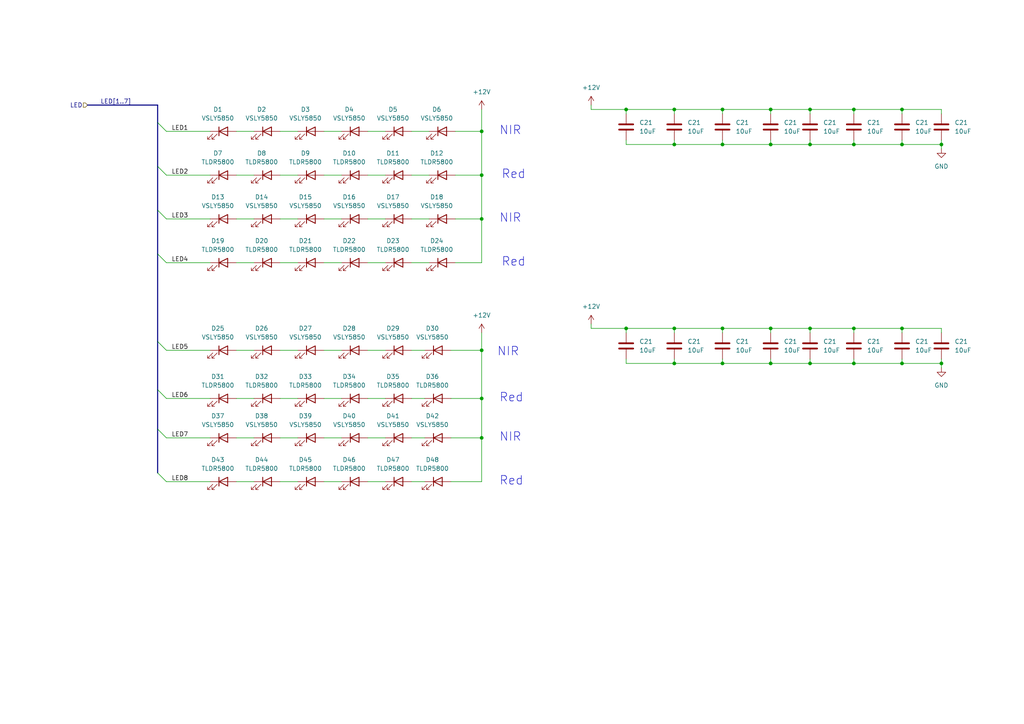
<source format=kicad_sch>
(kicad_sch (version 20230121) (generator eeschema)

  (uuid cc919e91-63da-4b6c-8318-c12536475e3f)

  (paper "A4")

  (lib_symbols
    (symbol "Device:C" (pin_numbers hide) (pin_names (offset 0.254)) (in_bom yes) (on_board yes)
      (property "Reference" "C" (at 0.635 2.54 0)
        (effects (font (size 1.27 1.27)) (justify left))
      )
      (property "Value" "C" (at 0.635 -2.54 0)
        (effects (font (size 1.27 1.27)) (justify left))
      )
      (property "Footprint" "" (at 0.9652 -3.81 0)
        (effects (font (size 1.27 1.27)) hide)
      )
      (property "Datasheet" "~" (at 0 0 0)
        (effects (font (size 1.27 1.27)) hide)
      )
      (property "ki_keywords" "cap capacitor" (at 0 0 0)
        (effects (font (size 1.27 1.27)) hide)
      )
      (property "ki_description" "Unpolarized capacitor" (at 0 0 0)
        (effects (font (size 1.27 1.27)) hide)
      )
      (property "ki_fp_filters" "C_*" (at 0 0 0)
        (effects (font (size 1.27 1.27)) hide)
      )
      (symbol "C_0_1"
        (polyline
          (pts
            (xy -2.032 -0.762)
            (xy 2.032 -0.762)
          )
          (stroke (width 0.508) (type default))
          (fill (type none))
        )
        (polyline
          (pts
            (xy -2.032 0.762)
            (xy 2.032 0.762)
          )
          (stroke (width 0.508) (type default))
          (fill (type none))
        )
      )
      (symbol "C_1_1"
        (pin passive line (at 0 3.81 270) (length 2.794)
          (name "~" (effects (font (size 1.27 1.27))))
          (number "1" (effects (font (size 1.27 1.27))))
        )
        (pin passive line (at 0 -3.81 90) (length 2.794)
          (name "~" (effects (font (size 1.27 1.27))))
          (number "2" (effects (font (size 1.27 1.27))))
        )
      )
    )
    (symbol "Device:LED" (pin_numbers hide) (pin_names (offset 1.016) hide) (in_bom yes) (on_board yes)
      (property "Reference" "D" (at 0 2.54 0)
        (effects (font (size 1.27 1.27)))
      )
      (property "Value" "LED" (at 0 -2.54 0)
        (effects (font (size 1.27 1.27)))
      )
      (property "Footprint" "" (at 0 0 0)
        (effects (font (size 1.27 1.27)) hide)
      )
      (property "Datasheet" "~" (at 0 0 0)
        (effects (font (size 1.27 1.27)) hide)
      )
      (property "ki_keywords" "LED diode" (at 0 0 0)
        (effects (font (size 1.27 1.27)) hide)
      )
      (property "ki_description" "Light emitting diode" (at 0 0 0)
        (effects (font (size 1.27 1.27)) hide)
      )
      (property "ki_fp_filters" "LED* LED_SMD:* LED_THT:*" (at 0 0 0)
        (effects (font (size 1.27 1.27)) hide)
      )
      (symbol "LED_0_1"
        (polyline
          (pts
            (xy -1.27 -1.27)
            (xy -1.27 1.27)
          )
          (stroke (width 0.254) (type default))
          (fill (type none))
        )
        (polyline
          (pts
            (xy -1.27 0)
            (xy 1.27 0)
          )
          (stroke (width 0) (type default))
          (fill (type none))
        )
        (polyline
          (pts
            (xy 1.27 -1.27)
            (xy 1.27 1.27)
            (xy -1.27 0)
            (xy 1.27 -1.27)
          )
          (stroke (width 0.254) (type default))
          (fill (type none))
        )
        (polyline
          (pts
            (xy -3.048 -0.762)
            (xy -4.572 -2.286)
            (xy -3.81 -2.286)
            (xy -4.572 -2.286)
            (xy -4.572 -1.524)
          )
          (stroke (width 0) (type default))
          (fill (type none))
        )
        (polyline
          (pts
            (xy -1.778 -0.762)
            (xy -3.302 -2.286)
            (xy -2.54 -2.286)
            (xy -3.302 -2.286)
            (xy -3.302 -1.524)
          )
          (stroke (width 0) (type default))
          (fill (type none))
        )
      )
      (symbol "LED_1_1"
        (pin passive line (at -3.81 0 0) (length 2.54)
          (name "K" (effects (font (size 1.27 1.27))))
          (number "1" (effects (font (size 1.27 1.27))))
        )
        (pin passive line (at 3.81 0 180) (length 2.54)
          (name "A" (effects (font (size 1.27 1.27))))
          (number "2" (effects (font (size 1.27 1.27))))
        )
      )
    )
    (symbol "power:+12V" (power) (pin_names (offset 0)) (in_bom yes) (on_board yes)
      (property "Reference" "#PWR" (at 0 -3.81 0)
        (effects (font (size 1.27 1.27)) hide)
      )
      (property "Value" "+12V" (at 0 3.556 0)
        (effects (font (size 1.27 1.27)))
      )
      (property "Footprint" "" (at 0 0 0)
        (effects (font (size 1.27 1.27)) hide)
      )
      (property "Datasheet" "" (at 0 0 0)
        (effects (font (size 1.27 1.27)) hide)
      )
      (property "ki_keywords" "global power" (at 0 0 0)
        (effects (font (size 1.27 1.27)) hide)
      )
      (property "ki_description" "Power symbol creates a global label with name \"+12V\"" (at 0 0 0)
        (effects (font (size 1.27 1.27)) hide)
      )
      (symbol "+12V_0_1"
        (polyline
          (pts
            (xy -0.762 1.27)
            (xy 0 2.54)
          )
          (stroke (width 0) (type default))
          (fill (type none))
        )
        (polyline
          (pts
            (xy 0 0)
            (xy 0 2.54)
          )
          (stroke (width 0) (type default))
          (fill (type none))
        )
        (polyline
          (pts
            (xy 0 2.54)
            (xy 0.762 1.27)
          )
          (stroke (width 0) (type default))
          (fill (type none))
        )
      )
      (symbol "+12V_1_1"
        (pin power_in line (at 0 0 90) (length 0) hide
          (name "+12V" (effects (font (size 1.27 1.27))))
          (number "1" (effects (font (size 1.27 1.27))))
        )
      )
    )
    (symbol "power:GND" (power) (pin_names (offset 0)) (in_bom yes) (on_board yes)
      (property "Reference" "#PWR" (at 0 -6.35 0)
        (effects (font (size 1.27 1.27)) hide)
      )
      (property "Value" "GND" (at 0 -3.81 0)
        (effects (font (size 1.27 1.27)))
      )
      (property "Footprint" "" (at 0 0 0)
        (effects (font (size 1.27 1.27)) hide)
      )
      (property "Datasheet" "" (at 0 0 0)
        (effects (font (size 1.27 1.27)) hide)
      )
      (property "ki_keywords" "global power" (at 0 0 0)
        (effects (font (size 1.27 1.27)) hide)
      )
      (property "ki_description" "Power symbol creates a global label with name \"GND\" , ground" (at 0 0 0)
        (effects (font (size 1.27 1.27)) hide)
      )
      (symbol "GND_0_1"
        (polyline
          (pts
            (xy 0 0)
            (xy 0 -1.27)
            (xy 1.27 -1.27)
            (xy 0 -2.54)
            (xy -1.27 -1.27)
            (xy 0 -1.27)
          )
          (stroke (width 0) (type default))
          (fill (type none))
        )
      )
      (symbol "GND_1_1"
        (pin power_in line (at 0 0 270) (length 0) hide
          (name "GND" (effects (font (size 1.27 1.27))))
          (number "1" (effects (font (size 1.27 1.27))))
        )
      )
    )
  )

  (junction (at 139.7 101.6) (diameter 0) (color 0 0 0 0)
    (uuid 03bba9ff-fd43-4aa3-98f6-e9ffdea01656)
  )
  (junction (at 209.55 31.75) (diameter 0) (color 0 0 0 0)
    (uuid 1ddcc7a0-3b33-4844-8d86-a29bdfc7d03b)
  )
  (junction (at 209.55 105.41) (diameter 0) (color 0 0 0 0)
    (uuid 20c31de6-7d20-4538-8c2d-43e2d94752d2)
  )
  (junction (at 247.65 105.41) (diameter 0) (color 0 0 0 0)
    (uuid 294f11ac-fcfb-45c3-a53e-8b9178589f4f)
  )
  (junction (at 261.62 41.91) (diameter 0) (color 0 0 0 0)
    (uuid 382fff95-9da8-4de8-bc81-6c7014c0c5c6)
  )
  (junction (at 139.7 63.5) (diameter 0) (color 0 0 0 0)
    (uuid 3a98216b-f462-4eea-862e-ee4602068767)
  )
  (junction (at 195.58 95.25) (diameter 0) (color 0 0 0 0)
    (uuid 426a88cc-d779-4d6f-99ec-3de1b56381a8)
  )
  (junction (at 223.52 41.91) (diameter 0) (color 0 0 0 0)
    (uuid 4bef1a41-9e80-4ab9-83a5-7671967f33ed)
  )
  (junction (at 139.7 115.57) (diameter 0) (color 0 0 0 0)
    (uuid 5305360d-8ea9-4a26-9a7b-6d1a545521b9)
  )
  (junction (at 234.95 105.41) (diameter 0) (color 0 0 0 0)
    (uuid 6a84f98c-0b31-44dc-beb8-e45a99972228)
  )
  (junction (at 209.55 41.91) (diameter 0) (color 0 0 0 0)
    (uuid 71699814-2f39-437a-933c-6cd2c8481c3d)
  )
  (junction (at 195.58 105.41) (diameter 0) (color 0 0 0 0)
    (uuid 741cd67d-d705-45ff-801f-656a4ecdc535)
  )
  (junction (at 195.58 41.91) (diameter 0) (color 0 0 0 0)
    (uuid 7680148d-5205-43ff-961c-1013229c25e4)
  )
  (junction (at 247.65 41.91) (diameter 0) (color 0 0 0 0)
    (uuid 7eb55039-3958-42de-90ac-1f76e9d48cf9)
  )
  (junction (at 247.65 31.75) (diameter 0) (color 0 0 0 0)
    (uuid 7f8c9b95-3427-4828-84ee-144e2cd30e9a)
  )
  (junction (at 261.62 105.41) (diameter 0) (color 0 0 0 0)
    (uuid 83664a51-4109-407e-8c37-c0095e52b9cd)
  )
  (junction (at 181.61 31.75) (diameter 0) (color 0 0 0 0)
    (uuid 84880d4b-8574-45cf-88ff-95967b44b17c)
  )
  (junction (at 223.52 95.25) (diameter 0) (color 0 0 0 0)
    (uuid 8c9d63ba-383d-41f1-bfb2-05d92c5980ba)
  )
  (junction (at 273.05 105.41) (diameter 0) (color 0 0 0 0)
    (uuid 8f4a9742-abe6-4ba0-93d3-88ee24e0e6ba)
  )
  (junction (at 181.61 95.25) (diameter 0) (color 0 0 0 0)
    (uuid 934f16a1-224e-4643-9ddd-d2bb74570059)
  )
  (junction (at 139.7 50.8) (diameter 0) (color 0 0 0 0)
    (uuid 96ded6f6-64d0-4775-abe7-b7efa16e37aa)
  )
  (junction (at 261.62 95.25) (diameter 0) (color 0 0 0 0)
    (uuid 9c42a3db-5623-40e1-97ad-bd4d31c8283e)
  )
  (junction (at 139.7 38.1) (diameter 0) (color 0 0 0 0)
    (uuid a5347863-e286-4b10-8d96-9fa24ee12246)
  )
  (junction (at 223.52 105.41) (diameter 0) (color 0 0 0 0)
    (uuid b0f90b15-46fd-451f-9555-c0a874f9c74a)
  )
  (junction (at 247.65 95.25) (diameter 0) (color 0 0 0 0)
    (uuid b1c1b14d-0945-4eb2-baa5-069e6212a0c2)
  )
  (junction (at 234.95 31.75) (diameter 0) (color 0 0 0 0)
    (uuid ba75bb8b-fa12-4a67-8e32-72b5045a4631)
  )
  (junction (at 139.7 127) (diameter 0) (color 0 0 0 0)
    (uuid bf3ad816-6345-4a8c-b61d-9a81192ffe0b)
  )
  (junction (at 223.52 31.75) (diameter 0) (color 0 0 0 0)
    (uuid bf8937f2-9f62-47c6-915a-c3bd2bfe12d4)
  )
  (junction (at 234.95 41.91) (diameter 0) (color 0 0 0 0)
    (uuid cfb443f3-b906-46b0-9a07-15801b5aea0c)
  )
  (junction (at 234.95 95.25) (diameter 0) (color 0 0 0 0)
    (uuid d2c5ec98-5a2c-4718-a7b1-bf40240cd790)
  )
  (junction (at 195.58 31.75) (diameter 0) (color 0 0 0 0)
    (uuid df1b4b67-13e8-413a-81fe-082f1718ab49)
  )
  (junction (at 273.05 41.91) (diameter 0) (color 0 0 0 0)
    (uuid e8d3326e-255e-4d15-be91-c0a34ca928d3)
  )
  (junction (at 209.55 95.25) (diameter 0) (color 0 0 0 0)
    (uuid f1b533c4-b004-4838-a2ec-92bd69440b3b)
  )
  (junction (at 261.62 31.75) (diameter 0) (color 0 0 0 0)
    (uuid f91721c9-c379-4677-a4cc-ba99711496e3)
  )

  (bus_entry (at 45.72 113.03) (size 2.54 2.54)
    (stroke (width 0) (type default))
    (uuid 2ed95bd7-cb29-4817-a9af-849571bbc495)
  )
  (bus_entry (at 45.72 137.16) (size 2.54 2.54)
    (stroke (width 0) (type default))
    (uuid 3487803b-3f3e-4fd3-bfa3-8ee81884e130)
  )
  (bus_entry (at 45.72 48.26) (size 2.54 2.54)
    (stroke (width 0) (type default))
    (uuid 3e0222af-4790-49cc-a0df-fdac620c1062)
  )
  (bus_entry (at 45.72 60.96) (size 2.54 2.54)
    (stroke (width 0) (type default))
    (uuid 7cc966d3-3b3a-45c6-b6de-aaa050564b51)
  )
  (bus_entry (at 45.72 35.56) (size 2.54 2.54)
    (stroke (width 0) (type default))
    (uuid 8f665edc-2537-41c2-9e0b-ce1ccae77ad2)
  )
  (bus_entry (at 45.72 99.06) (size 2.54 2.54)
    (stroke (width 0) (type default))
    (uuid a771dde6-2184-4599-a86c-64cf7cc730f0)
  )
  (bus_entry (at 45.72 73.66) (size 2.54 2.54)
    (stroke (width 0) (type default))
    (uuid b9fcae1b-55a7-40bf-963c-a8e77b09f206)
  )
  (bus_entry (at 45.72 124.46) (size 2.54 2.54)
    (stroke (width 0) (type default))
    (uuid f36169b6-61c6-4d5a-b560-4d879304f348)
  )

  (wire (pts (xy 261.62 41.91) (xy 261.62 40.64))
    (stroke (width 0) (type default))
    (uuid 001fe7fd-c4e9-4ca9-bc90-ff8984e26444)
  )
  (wire (pts (xy 171.45 93.98) (xy 171.45 95.25))
    (stroke (width 0) (type default))
    (uuid 02073195-cde8-4409-8749-c85fd6c88b94)
  )
  (wire (pts (xy 171.45 30.48) (xy 171.45 31.75))
    (stroke (width 0) (type default))
    (uuid 027d64b7-7789-40c6-b891-f37b6e5a7199)
  )
  (wire (pts (xy 106.68 63.5) (xy 111.76 63.5))
    (stroke (width 0) (type default))
    (uuid 03ef2c5e-80dd-47a2-91e3-8bdefebbd054)
  )
  (wire (pts (xy 81.28 63.5) (xy 86.36 63.5))
    (stroke (width 0) (type default))
    (uuid 0408659a-c3f4-4f05-b1eb-12ca21ca67da)
  )
  (wire (pts (xy 93.98 115.57) (xy 99.06 115.57))
    (stroke (width 0) (type default))
    (uuid 07823366-2c43-46cd-94d7-050c12c289d8)
  )
  (wire (pts (xy 139.7 50.8) (xy 139.7 63.5))
    (stroke (width 0) (type default))
    (uuid 0bcfca35-e99f-4445-833f-0b0c7f47fc2a)
  )
  (wire (pts (xy 130.81 127) (xy 139.7 127))
    (stroke (width 0) (type default))
    (uuid 0be2254b-8f77-43ff-bb99-8d4dbd1350d7)
  )
  (wire (pts (xy 48.26 101.6) (xy 60.96 101.6))
    (stroke (width 0) (type default))
    (uuid 0c63bf57-033a-457b-b054-d224089ee7de)
  )
  (wire (pts (xy 181.61 41.91) (xy 181.61 40.64))
    (stroke (width 0) (type default))
    (uuid 0e4bfa9e-6aa1-429a-8f0a-3a0c406a3e39)
  )
  (wire (pts (xy 130.81 101.6) (xy 139.7 101.6))
    (stroke (width 0) (type default))
    (uuid 0fdef5ec-eb0f-455b-91d1-e2525c35ef88)
  )
  (wire (pts (xy 132.08 38.1) (xy 139.7 38.1))
    (stroke (width 0) (type default))
    (uuid 10e8909c-3ab2-448b-99c1-e6eeb4e5499b)
  )
  (wire (pts (xy 132.08 76.2) (xy 139.7 76.2))
    (stroke (width 0) (type default))
    (uuid 11122eb8-90c8-4e4a-8de5-54e0521ae12e)
  )
  (wire (pts (xy 234.95 31.75) (xy 247.65 31.75))
    (stroke (width 0) (type default))
    (uuid 183ab2db-b3d6-4700-a0cf-17da46c37161)
  )
  (wire (pts (xy 119.38 101.6) (xy 123.19 101.6))
    (stroke (width 0) (type default))
    (uuid 18617a79-42b0-476e-b5d9-e6e6c64432ff)
  )
  (wire (pts (xy 181.61 31.75) (xy 181.61 33.02))
    (stroke (width 0) (type default))
    (uuid 19a3e1b0-1db3-4126-ace0-d7adffc74d16)
  )
  (wire (pts (xy 261.62 105.41) (xy 247.65 105.41))
    (stroke (width 0) (type default))
    (uuid 19bfa697-a463-47ee-aa48-6247a93b2c2d)
  )
  (wire (pts (xy 130.81 115.57) (xy 139.7 115.57))
    (stroke (width 0) (type default))
    (uuid 1c5fe453-d42d-4b2c-b3d3-88efcf55bcec)
  )
  (wire (pts (xy 209.55 105.41) (xy 209.55 104.14))
    (stroke (width 0) (type default))
    (uuid 1f0d59f3-fd31-436b-bde9-dcf5aaf1a84b)
  )
  (wire (pts (xy 195.58 41.91) (xy 209.55 41.91))
    (stroke (width 0) (type default))
    (uuid 23b0e615-3705-47ef-bcd9-c78cbf8cd261)
  )
  (wire (pts (xy 48.26 76.2) (xy 60.96 76.2))
    (stroke (width 0) (type default))
    (uuid 24f52aa9-488e-411a-a91b-0e37196ff5b7)
  )
  (wire (pts (xy 139.7 63.5) (xy 139.7 76.2))
    (stroke (width 0) (type default))
    (uuid 264784b0-fa33-4050-9184-bcb56f3fc79e)
  )
  (wire (pts (xy 261.62 95.25) (xy 273.05 95.25))
    (stroke (width 0) (type default))
    (uuid 2a29591b-82d4-46f5-87f5-cc3756fb7b5d)
  )
  (wire (pts (xy 119.38 139.7) (xy 123.19 139.7))
    (stroke (width 0) (type default))
    (uuid 2ba7d462-bef0-452a-8450-1e4629f19c1f)
  )
  (wire (pts (xy 181.61 95.25) (xy 181.61 96.52))
    (stroke (width 0) (type default))
    (uuid 2eae1181-08cd-4b7a-87b9-b7a2ebbd724d)
  )
  (wire (pts (xy 132.08 63.5) (xy 139.7 63.5))
    (stroke (width 0) (type default))
    (uuid 3026f325-db90-4f76-b924-65ee63b3d446)
  )
  (wire (pts (xy 195.58 31.75) (xy 209.55 31.75))
    (stroke (width 0) (type default))
    (uuid 30ba895c-1782-4202-ad71-89bfaa86fe6b)
  )
  (wire (pts (xy 93.98 63.5) (xy 99.06 63.5))
    (stroke (width 0) (type default))
    (uuid 32299858-f749-4bd4-b47d-0f73f3f40b01)
  )
  (wire (pts (xy 209.55 41.91) (xy 209.55 40.64))
    (stroke (width 0) (type default))
    (uuid 33d8f91b-ae01-4467-a675-2d1684df6799)
  )
  (bus (pts (xy 45.72 30.48) (xy 45.72 35.56))
    (stroke (width 0) (type default))
    (uuid 34b91e28-37b6-47b8-a881-ced41fc4a772)
  )

  (wire (pts (xy 247.65 41.91) (xy 234.95 41.91))
    (stroke (width 0) (type default))
    (uuid 365e8d20-3b53-4d96-812e-033a205d8617)
  )
  (wire (pts (xy 68.58 63.5) (xy 73.66 63.5))
    (stroke (width 0) (type default))
    (uuid 374017d4-3e5e-4099-b96b-cc0232b34598)
  )
  (wire (pts (xy 195.58 95.25) (xy 209.55 95.25))
    (stroke (width 0) (type default))
    (uuid 375e243d-03f9-4402-a8aa-8d6475000cb3)
  )
  (wire (pts (xy 81.28 50.8) (xy 86.36 50.8))
    (stroke (width 0) (type default))
    (uuid 3769ce43-54b5-4cf9-b19b-47f72fb0a6ef)
  )
  (wire (pts (xy 132.08 50.8) (xy 139.7 50.8))
    (stroke (width 0) (type default))
    (uuid 39217c12-4203-471c-9f4b-e28d9c08beff)
  )
  (wire (pts (xy 234.95 95.25) (xy 234.95 96.52))
    (stroke (width 0) (type default))
    (uuid 3a5ebb19-7b05-4ad5-9ad6-3e746b089fae)
  )
  (wire (pts (xy 68.58 127) (xy 73.66 127))
    (stroke (width 0) (type default))
    (uuid 3a658afa-b270-4a25-9f11-c0a2c8640ffe)
  )
  (wire (pts (xy 234.95 105.41) (xy 223.52 105.41))
    (stroke (width 0) (type default))
    (uuid 3e178a01-01e2-43bf-bc2f-1370a43cb9ea)
  )
  (wire (pts (xy 247.65 105.41) (xy 234.95 105.41))
    (stroke (width 0) (type default))
    (uuid 41cba822-7968-4581-907c-bea62d8e9578)
  )
  (wire (pts (xy 223.52 31.75) (xy 223.52 33.02))
    (stroke (width 0) (type default))
    (uuid 42d7d55e-b38c-4ccd-9e90-4543885f73f5)
  )
  (wire (pts (xy 234.95 105.41) (xy 234.95 104.14))
    (stroke (width 0) (type default))
    (uuid 43f74e94-5aa3-4764-92b9-2fa953f8d986)
  )
  (wire (pts (xy 234.95 41.91) (xy 223.52 41.91))
    (stroke (width 0) (type default))
    (uuid 48032273-b11a-4005-b050-f21cfbd89cb1)
  )
  (wire (pts (xy 223.52 95.25) (xy 234.95 95.25))
    (stroke (width 0) (type default))
    (uuid 490ccaab-3976-44d3-bb7b-c3f01b6ddd34)
  )
  (wire (pts (xy 181.61 95.25) (xy 195.58 95.25))
    (stroke (width 0) (type default))
    (uuid 4947553e-acb9-4d4d-930d-e57f4eba0418)
  )
  (bus (pts (xy 45.72 48.26) (xy 45.72 60.96))
    (stroke (width 0) (type default))
    (uuid 4987cc96-e061-4e7b-a5d8-cb610e6c6952)
  )

  (wire (pts (xy 195.58 105.41) (xy 195.58 104.14))
    (stroke (width 0) (type default))
    (uuid 52900f31-852a-4386-b070-791c8d1cfb5e)
  )
  (wire (pts (xy 48.26 63.5) (xy 60.96 63.5))
    (stroke (width 0) (type default))
    (uuid 57a82b48-c6d6-43cf-8a11-d5066137b0cf)
  )
  (wire (pts (xy 261.62 31.75) (xy 273.05 31.75))
    (stroke (width 0) (type default))
    (uuid 5a0070e2-bfa5-4a65-93a3-3ece2ab4e814)
  )
  (wire (pts (xy 48.26 50.8) (xy 60.96 50.8))
    (stroke (width 0) (type default))
    (uuid 5a1b522c-4a87-42c7-8c04-eb4e98b5b28b)
  )
  (wire (pts (xy 209.55 95.25) (xy 209.55 96.52))
    (stroke (width 0) (type default))
    (uuid 5ae69828-b3d9-4ca5-9742-8d92009c00d0)
  )
  (wire (pts (xy 223.52 105.41) (xy 223.52 104.14))
    (stroke (width 0) (type default))
    (uuid 5b9c1300-2954-49d0-b44b-950849d9a1ad)
  )
  (wire (pts (xy 48.26 139.7) (xy 60.96 139.7))
    (stroke (width 0) (type default))
    (uuid 5cc4885a-e659-4b42-b55f-38a88381fc82)
  )
  (wire (pts (xy 247.65 31.75) (xy 247.65 33.02))
    (stroke (width 0) (type default))
    (uuid 609d5e3f-b531-477b-9536-9ffac181165b)
  )
  (wire (pts (xy 81.28 139.7) (xy 86.36 139.7))
    (stroke (width 0) (type default))
    (uuid 64f4d5d9-4f71-474d-9682-e715cdda4f54)
  )
  (wire (pts (xy 209.55 31.75) (xy 209.55 33.02))
    (stroke (width 0) (type default))
    (uuid 66fec6e7-23f3-4887-9252-09f93a76080f)
  )
  (wire (pts (xy 81.28 76.2) (xy 86.36 76.2))
    (stroke (width 0) (type default))
    (uuid 69c49068-e451-4f11-be4a-d40fc8542e6c)
  )
  (wire (pts (xy 139.7 31.75) (xy 139.7 38.1))
    (stroke (width 0) (type default))
    (uuid 6c25e653-db31-4692-82ea-731978a48752)
  )
  (wire (pts (xy 93.98 50.8) (xy 99.06 50.8))
    (stroke (width 0) (type default))
    (uuid 6dfe5155-5bfb-4e7e-a584-ca250941fd6d)
  )
  (wire (pts (xy 195.58 31.75) (xy 195.58 33.02))
    (stroke (width 0) (type default))
    (uuid 6e74fc29-5a05-4e5b-a7a9-a3bf47a82a7f)
  )
  (wire (pts (xy 106.68 101.6) (xy 111.76 101.6))
    (stroke (width 0) (type default))
    (uuid 6f20b8dd-622a-4681-a0c2-fe701a85e19e)
  )
  (wire (pts (xy 81.28 115.57) (xy 86.36 115.57))
    (stroke (width 0) (type default))
    (uuid 6f27f83f-f09e-4e07-9790-eb94596b3cb3)
  )
  (wire (pts (xy 181.61 41.91) (xy 195.58 41.91))
    (stroke (width 0) (type default))
    (uuid 6fe7ede1-bfa3-4f41-9466-991f5f15d0c1)
  )
  (wire (pts (xy 273.05 95.25) (xy 273.05 96.52))
    (stroke (width 0) (type default))
    (uuid 717a506c-1a94-4cec-9d4c-4421ebd4bb83)
  )
  (wire (pts (xy 247.65 105.41) (xy 247.65 104.14))
    (stroke (width 0) (type default))
    (uuid 731bc49f-369e-4bff-a999-90bb20435399)
  )
  (wire (pts (xy 273.05 41.91) (xy 273.05 43.18))
    (stroke (width 0) (type default))
    (uuid 749b0517-c573-4c5f-8437-568a421b8ca5)
  )
  (wire (pts (xy 119.38 50.8) (xy 124.46 50.8))
    (stroke (width 0) (type default))
    (uuid 74d0713b-e0f3-4275-902f-52f6f6093bc2)
  )
  (wire (pts (xy 273.05 31.75) (xy 273.05 33.02))
    (stroke (width 0) (type default))
    (uuid 773faeef-e15d-431f-9ad2-2b792b958b04)
  )
  (wire (pts (xy 139.7 101.6) (xy 139.7 115.57))
    (stroke (width 0) (type default))
    (uuid 77c12d6b-70e5-4d90-ac11-2aeb502de72c)
  )
  (wire (pts (xy 81.28 127) (xy 86.36 127))
    (stroke (width 0) (type default))
    (uuid 7b08e974-7918-4b11-bc1a-f933425474b7)
  )
  (bus (pts (xy 25.4 30.48) (xy 45.72 30.48))
    (stroke (width 0) (type default))
    (uuid 7c4f3e4b-81eb-481d-be8e-9d98e963180c)
  )

  (wire (pts (xy 68.58 76.2) (xy 73.66 76.2))
    (stroke (width 0) (type default))
    (uuid 7ce8a412-6f30-490d-b64f-b71ea15f445a)
  )
  (wire (pts (xy 81.28 101.6) (xy 86.36 101.6))
    (stroke (width 0) (type default))
    (uuid 7e70c2b6-459e-498c-b317-6e7ec0f57dd8)
  )
  (wire (pts (xy 247.65 31.75) (xy 261.62 31.75))
    (stroke (width 0) (type default))
    (uuid 7e89bc7c-9e62-492b-97cf-45449b0e9673)
  )
  (wire (pts (xy 106.68 50.8) (xy 111.76 50.8))
    (stroke (width 0) (type default))
    (uuid 7ed9758e-5ab3-44ec-88e6-c003c54072d5)
  )
  (wire (pts (xy 209.55 95.25) (xy 223.52 95.25))
    (stroke (width 0) (type default))
    (uuid 7fa98e1a-23a6-4c6b-9d44-8faec9b596d4)
  )
  (wire (pts (xy 106.68 115.57) (xy 111.76 115.57))
    (stroke (width 0) (type default))
    (uuid 7fd2d430-9daa-4fe7-a1a3-afe355b392e5)
  )
  (bus (pts (xy 45.72 60.96) (xy 45.72 73.66))
    (stroke (width 0) (type default))
    (uuid 81798e6e-7058-4f7f-9aca-16e5f55c3a3a)
  )

  (wire (pts (xy 261.62 31.75) (xy 261.62 33.02))
    (stroke (width 0) (type default))
    (uuid 8389a7c3-97c2-4e0f-b522-6893392b426f)
  )
  (bus (pts (xy 45.72 99.06) (xy 45.72 113.03))
    (stroke (width 0) (type default))
    (uuid 83f846b2-532a-42a0-9aac-301025ded4db)
  )
  (bus (pts (xy 45.72 73.66) (xy 45.72 99.06))
    (stroke (width 0) (type default))
    (uuid 89f42348-f556-41ac-a516-177819c00c46)
  )

  (wire (pts (xy 48.26 38.1) (xy 60.96 38.1))
    (stroke (width 0) (type default))
    (uuid 8b3b2ba2-4f24-47b7-9b73-eeb0a56150c5)
  )
  (wire (pts (xy 68.58 50.8) (xy 73.66 50.8))
    (stroke (width 0) (type default))
    (uuid 8b70607c-6dc6-45b1-a3ce-27110dd2159e)
  )
  (wire (pts (xy 195.58 41.91) (xy 195.58 40.64))
    (stroke (width 0) (type default))
    (uuid 8bedbae6-cefa-43f3-9648-0b9e8f969436)
  )
  (wire (pts (xy 273.05 104.14) (xy 273.05 105.41))
    (stroke (width 0) (type default))
    (uuid 8ce2ff4c-8386-407c-bf52-2639c216036b)
  )
  (wire (pts (xy 119.38 115.57) (xy 123.19 115.57))
    (stroke (width 0) (type default))
    (uuid 8d0a9353-e8d9-421c-b609-132625922985)
  )
  (wire (pts (xy 68.58 115.57) (xy 73.66 115.57))
    (stroke (width 0) (type default))
    (uuid 93f21b03-67f8-4aa0-b830-15a74d2c40cd)
  )
  (wire (pts (xy 234.95 95.25) (xy 247.65 95.25))
    (stroke (width 0) (type default))
    (uuid 98851916-ba67-4d3a-92fe-6b0de552a7b1)
  )
  (bus (pts (xy 45.72 113.03) (xy 45.72 124.46))
    (stroke (width 0) (type default))
    (uuid 9f8ec3ed-528f-406e-a219-58d99faa2002)
  )

  (wire (pts (xy 139.7 127) (xy 139.7 139.7))
    (stroke (width 0) (type default))
    (uuid a4289b41-a41f-4512-bb0c-f4181e671770)
  )
  (wire (pts (xy 68.58 38.1) (xy 73.66 38.1))
    (stroke (width 0) (type default))
    (uuid a4afd524-585f-4d31-a2b7-a4838dd7e7e1)
  )
  (wire (pts (xy 81.28 38.1) (xy 86.36 38.1))
    (stroke (width 0) (type default))
    (uuid a770fa86-8f56-415f-b025-bebbe371c1d9)
  )
  (wire (pts (xy 93.98 101.6) (xy 99.06 101.6))
    (stroke (width 0) (type default))
    (uuid a79919f7-de27-4085-9b82-a08c226d6460)
  )
  (wire (pts (xy 261.62 105.41) (xy 261.62 104.14))
    (stroke (width 0) (type default))
    (uuid abfe783a-5888-4515-9af1-acf7edeec597)
  )
  (wire (pts (xy 181.61 105.41) (xy 195.58 105.41))
    (stroke (width 0) (type default))
    (uuid b0ac9995-8c2b-4ea1-89ed-eb1f070181cb)
  )
  (wire (pts (xy 68.58 101.6) (xy 73.66 101.6))
    (stroke (width 0) (type default))
    (uuid b0d1c9cb-2fd0-42ac-b4cd-5119b410e8fc)
  )
  (wire (pts (xy 93.98 139.7) (xy 99.06 139.7))
    (stroke (width 0) (type default))
    (uuid b331b84f-2327-4bb1-8eb8-e83498df5347)
  )
  (wire (pts (xy 106.68 76.2) (xy 111.76 76.2))
    (stroke (width 0) (type default))
    (uuid b706ed4c-c0f0-4457-9970-8c20a50f7601)
  )
  (wire (pts (xy 273.05 105.41) (xy 261.62 105.41))
    (stroke (width 0) (type default))
    (uuid b84a6d44-0946-4b23-9dfd-dae15db462b1)
  )
  (bus (pts (xy 45.72 35.56) (xy 45.72 48.26))
    (stroke (width 0) (type default))
    (uuid ba698332-a860-444b-835c-5a6f30f67d1b)
  )

  (wire (pts (xy 261.62 41.91) (xy 247.65 41.91))
    (stroke (width 0) (type default))
    (uuid bcab955d-c9b9-448c-b40d-fcc4897cd197)
  )
  (wire (pts (xy 261.62 95.25) (xy 261.62 96.52))
    (stroke (width 0) (type default))
    (uuid bcea2b65-961a-473c-9fbb-fc9e7de04625)
  )
  (wire (pts (xy 93.98 76.2) (xy 99.06 76.2))
    (stroke (width 0) (type default))
    (uuid bedf8eea-1311-469b-b72e-2102d9d85047)
  )
  (wire (pts (xy 139.7 38.1) (xy 139.7 50.8))
    (stroke (width 0) (type default))
    (uuid c094e5fc-4a4a-42c3-ac17-ba1928aa71a2)
  )
  (wire (pts (xy 247.65 41.91) (xy 247.65 40.64))
    (stroke (width 0) (type default))
    (uuid c4194701-db84-4fe0-ba73-11fca1bca3b8)
  )
  (wire (pts (xy 223.52 95.25) (xy 223.52 96.52))
    (stroke (width 0) (type default))
    (uuid c70f4fe7-7cde-4d83-a612-1735124a0ae8)
  )
  (wire (pts (xy 106.68 139.7) (xy 111.76 139.7))
    (stroke (width 0) (type default))
    (uuid c715069a-5b10-4e14-bd50-7b788d241c1c)
  )
  (wire (pts (xy 119.38 63.5) (xy 124.46 63.5))
    (stroke (width 0) (type default))
    (uuid c7af9d3c-78fb-41c9-aae6-85deaf956c37)
  )
  (wire (pts (xy 48.26 127) (xy 60.96 127))
    (stroke (width 0) (type default))
    (uuid c9575b76-65ac-4f7d-9fc8-bbbc537acffa)
  )
  (wire (pts (xy 181.61 105.41) (xy 181.61 104.14))
    (stroke (width 0) (type default))
    (uuid cce0e7b9-74ed-4d12-bdf8-b13d3a66caee)
  )
  (wire (pts (xy 106.68 127) (xy 111.76 127))
    (stroke (width 0) (type default))
    (uuid d35e1c7d-7bcf-42a6-b658-2cb32a25b1b7)
  )
  (wire (pts (xy 106.68 38.1) (xy 111.76 38.1))
    (stroke (width 0) (type default))
    (uuid d460cf0f-4768-4491-a898-78b6a330439e)
  )
  (wire (pts (xy 247.65 95.25) (xy 247.65 96.52))
    (stroke (width 0) (type default))
    (uuid d556aa11-0686-40cb-9863-dd0759cf67cd)
  )
  (wire (pts (xy 139.7 96.52) (xy 139.7 101.6))
    (stroke (width 0) (type default))
    (uuid d6611f05-1f22-4ee0-ba0c-2732cc6d9509)
  )
  (wire (pts (xy 273.05 105.41) (xy 273.05 106.68))
    (stroke (width 0) (type default))
    (uuid dc71051d-b583-41a3-a2da-f901e7f2b030)
  )
  (wire (pts (xy 223.52 31.75) (xy 234.95 31.75))
    (stroke (width 0) (type default))
    (uuid dcce13d9-36b5-4e2e-904a-93a8ee23739d)
  )
  (wire (pts (xy 119.38 127) (xy 123.19 127))
    (stroke (width 0) (type default))
    (uuid dd3c147e-a70e-4d1e-8988-8c2c094c61df)
  )
  (wire (pts (xy 119.38 76.2) (xy 124.46 76.2))
    (stroke (width 0) (type default))
    (uuid df848d8d-d4f2-473a-aa73-9502564c9a86)
  )
  (wire (pts (xy 181.61 31.75) (xy 195.58 31.75))
    (stroke (width 0) (type default))
    (uuid e0978910-f017-4198-b2c6-e90e81361a74)
  )
  (wire (pts (xy 195.58 105.41) (xy 209.55 105.41))
    (stroke (width 0) (type default))
    (uuid e1cb4e83-6fd5-4c03-b9a7-07978996c1a5)
  )
  (wire (pts (xy 247.65 95.25) (xy 261.62 95.25))
    (stroke (width 0) (type default))
    (uuid e29551da-5a89-4adc-a6d1-f638ad447ebc)
  )
  (wire (pts (xy 223.52 41.91) (xy 209.55 41.91))
    (stroke (width 0) (type default))
    (uuid e3bb835c-6c22-4910-bfd6-05221ad4a90a)
  )
  (wire (pts (xy 171.45 31.75) (xy 181.61 31.75))
    (stroke (width 0) (type default))
    (uuid e7584f5c-78c1-4e73-bfb8-362c99fd43e4)
  )
  (wire (pts (xy 130.81 139.7) (xy 139.7 139.7))
    (stroke (width 0) (type default))
    (uuid e7dc2ff5-6002-4610-bd0a-64a9cb08dc78)
  )
  (wire (pts (xy 234.95 31.75) (xy 234.95 33.02))
    (stroke (width 0) (type default))
    (uuid ebba5510-c6e2-42e1-8ebd-dfe12668dcc9)
  )
  (wire (pts (xy 195.58 95.25) (xy 195.58 96.52))
    (stroke (width 0) (type default))
    (uuid ecd3d0e1-2f42-4940-8c10-f7b9c2c7895a)
  )
  (bus (pts (xy 45.72 124.46) (xy 45.72 137.16))
    (stroke (width 0) (type default))
    (uuid ed04b7f8-fdbc-401a-a9b9-bf1a80212a7b)
  )

  (wire (pts (xy 48.26 115.57) (xy 60.96 115.57))
    (stroke (width 0) (type default))
    (uuid ed26a134-0766-4eff-99b4-4e1dc3efd038)
  )
  (wire (pts (xy 223.52 41.91) (xy 223.52 40.64))
    (stroke (width 0) (type default))
    (uuid ef2452d7-a172-4306-9df3-37798866b379)
  )
  (wire (pts (xy 119.38 38.1) (xy 124.46 38.1))
    (stroke (width 0) (type default))
    (uuid ef46913b-597d-408a-8f77-12b066901f18)
  )
  (wire (pts (xy 171.45 95.25) (xy 181.61 95.25))
    (stroke (width 0) (type default))
    (uuid f12c7e10-1c8f-48ca-a81d-ec0b7d068235)
  )
  (wire (pts (xy 209.55 31.75) (xy 223.52 31.75))
    (stroke (width 0) (type default))
    (uuid f195c28b-98f5-4a9a-9c00-b77f8d1552a0)
  )
  (wire (pts (xy 234.95 41.91) (xy 234.95 40.64))
    (stroke (width 0) (type default))
    (uuid f22f7aea-b65e-41a4-8ab8-041b231231bb)
  )
  (wire (pts (xy 139.7 115.57) (xy 139.7 127))
    (stroke (width 0) (type default))
    (uuid f2eeabec-4be8-43ad-94de-d7892b7b49c7)
  )
  (wire (pts (xy 273.05 40.64) (xy 273.05 41.91))
    (stroke (width 0) (type default))
    (uuid f4730841-6a00-4f4a-82db-4ad8b1cfd13f)
  )
  (wire (pts (xy 223.52 105.41) (xy 209.55 105.41))
    (stroke (width 0) (type default))
    (uuid fa98ed47-1d4d-4631-82f1-2e4713b89976)
  )
  (wire (pts (xy 68.58 139.7) (xy 73.66 139.7))
    (stroke (width 0) (type default))
    (uuid fc4229fe-6236-407c-969b-b1eacf34ef91)
  )
  (wire (pts (xy 273.05 41.91) (xy 261.62 41.91))
    (stroke (width 0) (type default))
    (uuid fdf08f54-2975-4431-b974-c7be0202ac96)
  )
  (wire (pts (xy 93.98 127) (xy 99.06 127))
    (stroke (width 0) (type default))
    (uuid fe0ceafe-2e81-4201-9395-6442183819c5)
  )
  (wire (pts (xy 93.98 38.1) (xy 99.06 38.1))
    (stroke (width 0) (type default))
    (uuid fe24bfd6-5539-488c-9913-429403969390)
  )

  (text "NIR" (at 144.78 128.27 0)
    (effects (font (size 2.5 2.5)) (justify left bottom))
    (uuid 068a8b0d-1a97-4fba-89ba-4f52b7c1796d)
  )
  (text "Red" (at 144.78 140.97 0)
    (effects (font (size 2.5 2.5)) (justify left bottom))
    (uuid 0ce243b5-584b-4f89-a0c7-992a38045d9b)
  )
  (text "NIR" (at 144.78 64.77 0)
    (effects (font (size 2.5 2.5)) (justify left bottom))
    (uuid 6294dc23-d593-43c5-a7a8-4869302f4114)
  )
  (text "NIR" (at 144.78 39.37 0)
    (effects (font (size 2.5 2.5)) (justify left bottom))
    (uuid 6b1632f7-545c-4107-badb-edb3f21f944a)
  )
  (text "Red" (at 145.415 77.47 0)
    (effects (font (size 2.5 2.5)) (justify left bottom))
    (uuid 8f6c52ea-1bd2-4456-8426-ebaad5d4f87e)
  )
  (text "Red" (at 145.415 52.07 0)
    (effects (font (size 2.5 2.5)) (justify left bottom))
    (uuid 9fee4037-61e6-4952-8975-2a5e971cd6c5)
  )
  (text "NIR" (at 144.145 103.505 0)
    (effects (font (size 2.5 2.5)) (justify left bottom))
    (uuid a9f19d62-5e1d-4957-acb2-975efc4d3c0d)
  )
  (text "Red" (at 144.78 116.84 0)
    (effects (font (size 2.5 2.5)) (justify left bottom))
    (uuid b8ac57dd-5f2e-4fd5-9f04-0731c7ecf772)
  )

  (label "LED[1..7]" (at 38.1 30.48 180) (fields_autoplaced)
    (effects (font (size 1.27 1.27)) (justify right bottom))
    (uuid 02707b13-c5c3-4292-a5b9-7229a5004395)
  )
  (label "LED3" (at 54.61 63.5 180) (fields_autoplaced)
    (effects (font (size 1.27 1.27)) (justify right bottom))
    (uuid 07fca452-dee0-46a5-a683-4939e8a2d96e)
  )
  (label "LED5" (at 54.61 101.6 180) (fields_autoplaced)
    (effects (font (size 1.27 1.27)) (justify right bottom))
    (uuid 502b80f3-8516-4bbf-98be-0ea175c23f31)
  )
  (label "LED4" (at 54.61 76.2 180) (fields_autoplaced)
    (effects (font (size 1.27 1.27)) (justify right bottom))
    (uuid 844d46b4-8e54-4672-ac30-6cf0f9cf0d27)
  )
  (label "LED1" (at 54.61 38.1 180) (fields_autoplaced)
    (effects (font (size 1.27 1.27)) (justify right bottom))
    (uuid 85560d7a-009a-4a34-846e-bedf11014383)
  )
  (label "LED6" (at 54.61 115.57 180) (fields_autoplaced)
    (effects (font (size 1.27 1.27)) (justify right bottom))
    (uuid 8589eb6f-ab63-475f-a333-9924558d5321)
  )
  (label "LED2" (at 54.61 50.8 180) (fields_autoplaced)
    (effects (font (size 1.27 1.27)) (justify right bottom))
    (uuid a13e1b6d-1019-4955-bf4a-65e61e552efc)
  )
  (label "LED8" (at 54.61 139.7 180) (fields_autoplaced)
    (effects (font (size 1.27 1.27)) (justify right bottom))
    (uuid a360d7e3-4dd4-4b59-a992-88ded915a1d2)
  )
  (label "LED7" (at 54.61 127 180) (fields_autoplaced)
    (effects (font (size 1.27 1.27)) (justify right bottom))
    (uuid cbc16ec0-f9a5-48cf-9de1-2c5c3973de46)
  )

  (hierarchical_label "LED" (shape input) (at 25.4 30.48 180) (fields_autoplaced)
    (effects (font (size 1.27 1.27)) (justify right))
    (uuid 7bcfd997-9276-4f84-b29b-2e2fae5eddf0)
  )

  (symbol (lib_id "Device:LED") (at 77.47 115.57 0) (unit 1)
    (in_bom yes) (on_board yes) (dnp no) (fields_autoplaced)
    (uuid 179678fb-5daa-4839-b613-d83e56866663)
    (property "Reference" "D32" (at 75.8825 109.22 0)
      (effects (font (size 1.27 1.27)))
    )
    (property "Value" "TLDR5800" (at 75.8825 111.76 0)
      (effects (font (size 1.27 1.27)))
    )
    (property "Footprint" "LED_THT:LED_D5.0mm" (at 77.47 115.57 0)
      (effects (font (size 1.27 1.27)) hide)
    )
    (property "Datasheet" "~" (at 77.47 115.57 0)
      (effects (font (size 1.27 1.27)) hide)
    )
    (pin "1" (uuid 480b91fc-d1ff-4813-b216-cf90479ac8c2))
    (pin "2" (uuid eff9d235-a974-4e09-a42c-870bec093dec))
    (instances
      (project "pbm_driver4"
        (path "/c74719ba-f06a-44f5-9938-a8dc2ea94ffa/46eee6f4-b777-4d25-b1a5-97cbc49bd63c"
          (reference "D32") (unit 1)
        )
      )
    )
  )

  (symbol (lib_id "Device:C") (at 181.61 100.33 0) (unit 1)
    (in_bom yes) (on_board yes) (dnp no) (fields_autoplaced)
    (uuid 18d47429-ea77-4a3d-bdc1-3d54058ce13a)
    (property "Reference" "C21" (at 185.42 99.06 0)
      (effects (font (size 1.27 1.27)) (justify left))
    )
    (property "Value" "10uF" (at 185.42 101.6 0)
      (effects (font (size 1.27 1.27)) (justify left))
    )
    (property "Footprint" "Capacitor_SMD:C_0805_2012Metric" (at 182.5752 104.14 0)
      (effects (font (size 1.27 1.27)) hide)
    )
    (property "Datasheet" "~" (at 181.61 100.33 0)
      (effects (font (size 1.27 1.27)) hide)
    )
    (property "Desc" "CAP CER 10UF 25V X7R 0805" (at 181.61 100.33 0)
      (effects (font (size 1.27 1.27)) hide)
    )
    (property "Digikey" "490-GRM21BZ71E106KE15LDKR-ND" (at 181.61 100.33 0)
      (effects (font (size 1.27 1.27)) hide)
    )
    (property "Mfg PN" "GRM21BZ71E106KE15L" (at 181.61 100.33 0)
      (effects (font (size 1.27 1.27)) hide)
    )
    (property "Mfg" "Murata Electronics" (at 181.61 100.33 0)
      (effects (font (size 1.27 1.27)) hide)
    )
    (pin "1" (uuid 06592d17-f970-40e9-9891-d67bfc54d376))
    (pin "2" (uuid 9821220c-cf62-4c32-bad1-74c11c6125ad))
    (instances
      (project "pbm_driver4"
        (path "/c74719ba-f06a-44f5-9938-a8dc2ea94ffa"
          (reference "C21") (unit 1)
        )
        (path "/c74719ba-f06a-44f5-9938-a8dc2ea94ffa/cae14b87-4c10-4309-b8c6-8f8334cc405d"
          (reference "C10") (unit 1)
        )
        (path "/c74719ba-f06a-44f5-9938-a8dc2ea94ffa/46eee6f4-b777-4d25-b1a5-97cbc49bd63c"
          (reference "C15") (unit 1)
        )
      )
    )
  )

  (symbol (lib_id "Device:C") (at 195.58 36.83 0) (unit 1)
    (in_bom yes) (on_board yes) (dnp no) (fields_autoplaced)
    (uuid 1a32f9ba-68eb-42b4-9642-6d0e242f44ce)
    (property "Reference" "C21" (at 199.39 35.56 0)
      (effects (font (size 1.27 1.27)) (justify left))
    )
    (property "Value" "10uF" (at 199.39 38.1 0)
      (effects (font (size 1.27 1.27)) (justify left))
    )
    (property "Footprint" "Capacitor_SMD:C_0805_2012Metric" (at 196.5452 40.64 0)
      (effects (font (size 1.27 1.27)) hide)
    )
    (property "Datasheet" "~" (at 195.58 36.83 0)
      (effects (font (size 1.27 1.27)) hide)
    )
    (property "Desc" "CAP CER 10UF 25V X7R 0805" (at 195.58 36.83 0)
      (effects (font (size 1.27 1.27)) hide)
    )
    (property "Digikey" "490-GRM21BZ71E106KE15LDKR-ND" (at 195.58 36.83 0)
      (effects (font (size 1.27 1.27)) hide)
    )
    (property "Mfg PN" "GRM21BZ71E106KE15L" (at 195.58 36.83 0)
      (effects (font (size 1.27 1.27)) hide)
    )
    (property "Mfg" "Murata Electronics" (at 195.58 36.83 0)
      (effects (font (size 1.27 1.27)) hide)
    )
    (pin "1" (uuid 8747ef90-28cf-422a-adfd-c7e09c9dcbd6))
    (pin "2" (uuid fbddebab-fe0c-4d68-a6f4-04491534d950))
    (instances
      (project "pbm_driver4"
        (path "/c74719ba-f06a-44f5-9938-a8dc2ea94ffa"
          (reference "C21") (unit 1)
        )
        (path "/c74719ba-f06a-44f5-9938-a8dc2ea94ffa/cae14b87-4c10-4309-b8c6-8f8334cc405d"
          (reference "C10") (unit 1)
        )
        (path "/c74719ba-f06a-44f5-9938-a8dc2ea94ffa/46eee6f4-b777-4d25-b1a5-97cbc49bd63c"
          (reference "C6") (unit 1)
        )
      )
    )
  )

  (symbol (lib_id "Device:C") (at 261.62 100.33 0) (unit 1)
    (in_bom yes) (on_board yes) (dnp no) (fields_autoplaced)
    (uuid 1d9315c3-0ce6-463c-ae35-ec00854d3274)
    (property "Reference" "C21" (at 265.43 99.06 0)
      (effects (font (size 1.27 1.27)) (justify left))
    )
    (property "Value" "10uF" (at 265.43 101.6 0)
      (effects (font (size 1.27 1.27)) (justify left))
    )
    (property "Footprint" "Capacitor_SMD:C_0805_2012Metric" (at 262.5852 104.14 0)
      (effects (font (size 1.27 1.27)) hide)
    )
    (property "Datasheet" "~" (at 261.62 100.33 0)
      (effects (font (size 1.27 1.27)) hide)
    )
    (property "Desc" "CAP CER 10UF 25V X7R 0805" (at 261.62 100.33 0)
      (effects (font (size 1.27 1.27)) hide)
    )
    (property "Digikey" "490-GRM21BZ71E106KE15LDKR-ND" (at 261.62 100.33 0)
      (effects (font (size 1.27 1.27)) hide)
    )
    (property "Mfg PN" "GRM21BZ71E106KE15L" (at 261.62 100.33 0)
      (effects (font (size 1.27 1.27)) hide)
    )
    (property "Mfg" "Murata Electronics" (at 261.62 100.33 0)
      (effects (font (size 1.27 1.27)) hide)
    )
    (pin "1" (uuid 7738410f-6920-404e-8f87-5f84b9b4a32b))
    (pin "2" (uuid 700b78ae-b92c-4641-9453-63c7fdd747de))
    (instances
      (project "pbm_driver4"
        (path "/c74719ba-f06a-44f5-9938-a8dc2ea94ffa"
          (reference "C21") (unit 1)
        )
        (path "/c74719ba-f06a-44f5-9938-a8dc2ea94ffa/cae14b87-4c10-4309-b8c6-8f8334cc405d"
          (reference "C10") (unit 1)
        )
        (path "/c74719ba-f06a-44f5-9938-a8dc2ea94ffa/46eee6f4-b777-4d25-b1a5-97cbc49bd63c"
          (reference "C21") (unit 1)
        )
      )
    )
  )

  (symbol (lib_id "Device:C") (at 234.95 100.33 0) (unit 1)
    (in_bom yes) (on_board yes) (dnp no) (fields_autoplaced)
    (uuid 24302d8c-2cd5-4190-8dd8-4e1e42b287dc)
    (property "Reference" "C21" (at 238.76 99.06 0)
      (effects (font (size 1.27 1.27)) (justify left))
    )
    (property "Value" "10uF" (at 238.76 101.6 0)
      (effects (font (size 1.27 1.27)) (justify left))
    )
    (property "Footprint" "Capacitor_SMD:C_0805_2012Metric" (at 235.9152 104.14 0)
      (effects (font (size 1.27 1.27)) hide)
    )
    (property "Datasheet" "~" (at 234.95 100.33 0)
      (effects (font (size 1.27 1.27)) hide)
    )
    (property "Desc" "CAP CER 10UF 25V X7R 0805" (at 234.95 100.33 0)
      (effects (font (size 1.27 1.27)) hide)
    )
    (property "Digikey" "490-GRM21BZ71E106KE15LDKR-ND" (at 234.95 100.33 0)
      (effects (font (size 1.27 1.27)) hide)
    )
    (property "Mfg PN" "GRM21BZ71E106KE15L" (at 234.95 100.33 0)
      (effects (font (size 1.27 1.27)) hide)
    )
    (property "Mfg" "Murata Electronics" (at 234.95 100.33 0)
      (effects (font (size 1.27 1.27)) hide)
    )
    (pin "1" (uuid b510a196-210c-4d07-9780-116bb0d0498e))
    (pin "2" (uuid fc456650-ccbb-4978-9e9d-68c2f113a9b1))
    (instances
      (project "pbm_driver4"
        (path "/c74719ba-f06a-44f5-9938-a8dc2ea94ffa"
          (reference "C21") (unit 1)
        )
        (path "/c74719ba-f06a-44f5-9938-a8dc2ea94ffa/cae14b87-4c10-4309-b8c6-8f8334cc405d"
          (reference "C10") (unit 1)
        )
        (path "/c74719ba-f06a-44f5-9938-a8dc2ea94ffa/46eee6f4-b777-4d25-b1a5-97cbc49bd63c"
          (reference "C19") (unit 1)
        )
      )
    )
  )

  (symbol (lib_id "power:+12V") (at 139.7 31.75 0) (unit 1)
    (in_bom yes) (on_board yes) (dnp no) (fields_autoplaced)
    (uuid 26e6a06e-7d30-45b5-a9fc-c700344c883a)
    (property "Reference" "#PWR031" (at 139.7 35.56 0)
      (effects (font (size 1.27 1.27)) hide)
    )
    (property "Value" "+12V" (at 139.7 26.67 0)
      (effects (font (size 1.27 1.27)))
    )
    (property "Footprint" "" (at 139.7 31.75 0)
      (effects (font (size 1.27 1.27)) hide)
    )
    (property "Datasheet" "" (at 139.7 31.75 0)
      (effects (font (size 1.27 1.27)) hide)
    )
    (pin "1" (uuid d2a01a12-77bd-47f1-96f2-777f88c0b26f))
    (instances
      (project "pbm_driver4"
        (path "/c74719ba-f06a-44f5-9938-a8dc2ea94ffa/46eee6f4-b777-4d25-b1a5-97cbc49bd63c"
          (reference "#PWR031") (unit 1)
        )
      )
    )
  )

  (symbol (lib_id "Device:C") (at 223.52 100.33 0) (unit 1)
    (in_bom yes) (on_board yes) (dnp no) (fields_autoplaced)
    (uuid 27ee4b7f-f856-44b8-abd5-212a15f63c75)
    (property "Reference" "C21" (at 227.33 99.06 0)
      (effects (font (size 1.27 1.27)) (justify left))
    )
    (property "Value" "10uF" (at 227.33 101.6 0)
      (effects (font (size 1.27 1.27)) (justify left))
    )
    (property "Footprint" "Capacitor_SMD:C_0805_2012Metric" (at 224.4852 104.14 0)
      (effects (font (size 1.27 1.27)) hide)
    )
    (property "Datasheet" "~" (at 223.52 100.33 0)
      (effects (font (size 1.27 1.27)) hide)
    )
    (property "Desc" "CAP CER 10UF 25V X7R 0805" (at 223.52 100.33 0)
      (effects (font (size 1.27 1.27)) hide)
    )
    (property "Digikey" "490-GRM21BZ71E106KE15LDKR-ND" (at 223.52 100.33 0)
      (effects (font (size 1.27 1.27)) hide)
    )
    (property "Mfg PN" "GRM21BZ71E106KE15L" (at 223.52 100.33 0)
      (effects (font (size 1.27 1.27)) hide)
    )
    (property "Mfg" "Murata Electronics" (at 223.52 100.33 0)
      (effects (font (size 1.27 1.27)) hide)
    )
    (pin "1" (uuid ca81bf62-94b5-4906-a95a-182935c55ea0))
    (pin "2" (uuid df430daf-afb4-4165-a38a-39ede9219c1c))
    (instances
      (project "pbm_driver4"
        (path "/c74719ba-f06a-44f5-9938-a8dc2ea94ffa"
          (reference "C21") (unit 1)
        )
        (path "/c74719ba-f06a-44f5-9938-a8dc2ea94ffa/cae14b87-4c10-4309-b8c6-8f8334cc405d"
          (reference "C10") (unit 1)
        )
        (path "/c74719ba-f06a-44f5-9938-a8dc2ea94ffa/46eee6f4-b777-4d25-b1a5-97cbc49bd63c"
          (reference "C18") (unit 1)
        )
      )
    )
  )

  (symbol (lib_id "Device:C") (at 223.52 36.83 0) (unit 1)
    (in_bom yes) (on_board yes) (dnp no) (fields_autoplaced)
    (uuid 2d364209-2690-4fb2-9566-56dcb0f273f3)
    (property "Reference" "C21" (at 227.33 35.56 0)
      (effects (font (size 1.27 1.27)) (justify left))
    )
    (property "Value" "10uF" (at 227.33 38.1 0)
      (effects (font (size 1.27 1.27)) (justify left))
    )
    (property "Footprint" "Capacitor_SMD:C_0805_2012Metric" (at 224.4852 40.64 0)
      (effects (font (size 1.27 1.27)) hide)
    )
    (property "Datasheet" "~" (at 223.52 36.83 0)
      (effects (font (size 1.27 1.27)) hide)
    )
    (property "Desc" "CAP CER 10UF 25V X7R 0805" (at 223.52 36.83 0)
      (effects (font (size 1.27 1.27)) hide)
    )
    (property "Digikey" "490-GRM21BZ71E106KE15LDKR-ND" (at 223.52 36.83 0)
      (effects (font (size 1.27 1.27)) hide)
    )
    (property "Mfg PN" "GRM21BZ71E106KE15L" (at 223.52 36.83 0)
      (effects (font (size 1.27 1.27)) hide)
    )
    (property "Mfg" "Murata Electronics" (at 223.52 36.83 0)
      (effects (font (size 1.27 1.27)) hide)
    )
    (pin "1" (uuid 844b41cb-b0b2-414a-8fc1-a298bfca73bb))
    (pin "2" (uuid 535f0139-410f-4846-9282-af3152769c11))
    (instances
      (project "pbm_driver4"
        (path "/c74719ba-f06a-44f5-9938-a8dc2ea94ffa"
          (reference "C21") (unit 1)
        )
        (path "/c74719ba-f06a-44f5-9938-a8dc2ea94ffa/cae14b87-4c10-4309-b8c6-8f8334cc405d"
          (reference "C10") (unit 1)
        )
        (path "/c74719ba-f06a-44f5-9938-a8dc2ea94ffa/46eee6f4-b777-4d25-b1a5-97cbc49bd63c"
          (reference "C8") (unit 1)
        )
      )
    )
  )

  (symbol (lib_id "Device:LED") (at 90.17 139.7 0) (unit 1)
    (in_bom yes) (on_board yes) (dnp no) (fields_autoplaced)
    (uuid 2e1822d9-8b6c-4737-8cf1-a40fdebe74dd)
    (property "Reference" "D45" (at 88.5825 133.35 0)
      (effects (font (size 1.27 1.27)))
    )
    (property "Value" "TLDR5800" (at 88.5825 135.89 0)
      (effects (font (size 1.27 1.27)))
    )
    (property "Footprint" "LED_THT:LED_D5.0mm" (at 90.17 139.7 0)
      (effects (font (size 1.27 1.27)) hide)
    )
    (property "Datasheet" "~" (at 90.17 139.7 0)
      (effects (font (size 1.27 1.27)) hide)
    )
    (pin "1" (uuid 03ff85ce-4206-4e0f-b411-0e7d0787d6db))
    (pin "2" (uuid 98330642-04df-4375-911a-bb4ad2a48b77))
    (instances
      (project "pbm_driver4"
        (path "/c74719ba-f06a-44f5-9938-a8dc2ea94ffa/46eee6f4-b777-4d25-b1a5-97cbc49bd63c"
          (reference "D45") (unit 1)
        )
      )
    )
  )

  (symbol (lib_id "Device:LED") (at 115.57 101.6 0) (unit 1)
    (in_bom yes) (on_board yes) (dnp no) (fields_autoplaced)
    (uuid 36354ba9-3aaf-42a8-956f-bd4e94f5ef60)
    (property "Reference" "D29" (at 113.9825 95.25 0)
      (effects (font (size 1.27 1.27)))
    )
    (property "Value" "VSLY5850" (at 113.9825 97.79 0)
      (effects (font (size 1.27 1.27)))
    )
    (property "Footprint" "LED_THT:LED_D5.0mm" (at 115.57 101.6 0)
      (effects (font (size 1.27 1.27)) hide)
    )
    (property "Datasheet" "~" (at 115.57 101.6 0)
      (effects (font (size 1.27 1.27)) hide)
    )
    (pin "1" (uuid 67bf43cf-b529-4075-8919-b14b33a5ea10))
    (pin "2" (uuid 68018ea7-8bc1-4173-9cf7-99438b53f9fd))
    (instances
      (project "pbm_driver4"
        (path "/c74719ba-f06a-44f5-9938-a8dc2ea94ffa/46eee6f4-b777-4d25-b1a5-97cbc49bd63c"
          (reference "D29") (unit 1)
        )
      )
    )
  )

  (symbol (lib_id "Device:LED") (at 128.27 38.1 0) (unit 1)
    (in_bom yes) (on_board yes) (dnp no) (fields_autoplaced)
    (uuid 3b9142ab-09f0-492b-8e9e-aba5403465ca)
    (property "Reference" "D6" (at 126.6825 31.75 0)
      (effects (font (size 1.27 1.27)))
    )
    (property "Value" "VSLY5850" (at 126.6825 34.29 0)
      (effects (font (size 1.27 1.27)))
    )
    (property "Footprint" "LED_THT:LED_D5.0mm" (at 128.27 38.1 0)
      (effects (font (size 1.27 1.27)) hide)
    )
    (property "Datasheet" "~" (at 128.27 38.1 0)
      (effects (font (size 1.27 1.27)) hide)
    )
    (pin "1" (uuid 3a205d8b-bd24-4181-a8fb-1e234b2dc7bc))
    (pin "2" (uuid f7478c13-bfb5-41d5-8c79-0225255ce9b8))
    (instances
      (project "pbm_driver4"
        (path "/c74719ba-f06a-44f5-9938-a8dc2ea94ffa/46eee6f4-b777-4d25-b1a5-97cbc49bd63c"
          (reference "D6") (unit 1)
        )
      )
    )
  )

  (symbol (lib_id "Device:C") (at 195.58 100.33 0) (unit 1)
    (in_bom yes) (on_board yes) (dnp no) (fields_autoplaced)
    (uuid 407a8af5-a668-408a-91dd-5dc58b9c0ca8)
    (property "Reference" "C21" (at 199.39 99.06 0)
      (effects (font (size 1.27 1.27)) (justify left))
    )
    (property "Value" "10uF" (at 199.39 101.6 0)
      (effects (font (size 1.27 1.27)) (justify left))
    )
    (property "Footprint" "Capacitor_SMD:C_0805_2012Metric" (at 196.5452 104.14 0)
      (effects (font (size 1.27 1.27)) hide)
    )
    (property "Datasheet" "~" (at 195.58 100.33 0)
      (effects (font (size 1.27 1.27)) hide)
    )
    (property "Desc" "CAP CER 10UF 25V X7R 0805" (at 195.58 100.33 0)
      (effects (font (size 1.27 1.27)) hide)
    )
    (property "Digikey" "490-GRM21BZ71E106KE15LDKR-ND" (at 195.58 100.33 0)
      (effects (font (size 1.27 1.27)) hide)
    )
    (property "Mfg PN" "GRM21BZ71E106KE15L" (at 195.58 100.33 0)
      (effects (font (size 1.27 1.27)) hide)
    )
    (property "Mfg" "Murata Electronics" (at 195.58 100.33 0)
      (effects (font (size 1.27 1.27)) hide)
    )
    (pin "1" (uuid 3b13ef93-2e1e-408f-b985-091a5c5b5743))
    (pin "2" (uuid f5efbf3d-3c84-4d08-99ef-7e59c225e5cf))
    (instances
      (project "pbm_driver4"
        (path "/c74719ba-f06a-44f5-9938-a8dc2ea94ffa"
          (reference "C21") (unit 1)
        )
        (path "/c74719ba-f06a-44f5-9938-a8dc2ea94ffa/cae14b87-4c10-4309-b8c6-8f8334cc405d"
          (reference "C10") (unit 1)
        )
        (path "/c74719ba-f06a-44f5-9938-a8dc2ea94ffa/46eee6f4-b777-4d25-b1a5-97cbc49bd63c"
          (reference "C16") (unit 1)
        )
      )
    )
  )

  (symbol (lib_id "Device:C") (at 247.65 36.83 0) (unit 1)
    (in_bom yes) (on_board yes) (dnp no) (fields_autoplaced)
    (uuid 410bb00c-9074-466f-9e23-719e730d8cce)
    (property "Reference" "C21" (at 251.46 35.56 0)
      (effects (font (size 1.27 1.27)) (justify left))
    )
    (property "Value" "10uF" (at 251.46 38.1 0)
      (effects (font (size 1.27 1.27)) (justify left))
    )
    (property "Footprint" "Capacitor_SMD:C_0805_2012Metric" (at 248.6152 40.64 0)
      (effects (font (size 1.27 1.27)) hide)
    )
    (property "Datasheet" "~" (at 247.65 36.83 0)
      (effects (font (size 1.27 1.27)) hide)
    )
    (property "Desc" "CAP CER 10UF 25V X7R 0805" (at 247.65 36.83 0)
      (effects (font (size 1.27 1.27)) hide)
    )
    (property "Digikey" "490-GRM21BZ71E106KE15LDKR-ND" (at 247.65 36.83 0)
      (effects (font (size 1.27 1.27)) hide)
    )
    (property "Mfg PN" "GRM21BZ71E106KE15L" (at 247.65 36.83 0)
      (effects (font (size 1.27 1.27)) hide)
    )
    (property "Mfg" "Murata Electronics" (at 247.65 36.83 0)
      (effects (font (size 1.27 1.27)) hide)
    )
    (pin "1" (uuid 0a6a27a9-3e64-45ca-9996-160e273fa3c6))
    (pin "2" (uuid f4db4cec-c165-4326-978f-5eb35b8780af))
    (instances
      (project "pbm_driver4"
        (path "/c74719ba-f06a-44f5-9938-a8dc2ea94ffa"
          (reference "C21") (unit 1)
        )
        (path "/c74719ba-f06a-44f5-9938-a8dc2ea94ffa/cae14b87-4c10-4309-b8c6-8f8334cc405d"
          (reference "C10") (unit 1)
        )
        (path "/c74719ba-f06a-44f5-9938-a8dc2ea94ffa/46eee6f4-b777-4d25-b1a5-97cbc49bd63c"
          (reference "C12") (unit 1)
        )
      )
    )
  )

  (symbol (lib_id "Device:LED") (at 77.47 63.5 0) (unit 1)
    (in_bom yes) (on_board yes) (dnp no) (fields_autoplaced)
    (uuid 41a7aabb-dbe7-46a4-bbe5-9fa6fd54a6c1)
    (property "Reference" "D14" (at 75.8825 57.15 0)
      (effects (font (size 1.27 1.27)))
    )
    (property "Value" "VSLY5850" (at 75.8825 59.69 0)
      (effects (font (size 1.27 1.27)))
    )
    (property "Footprint" "LED_THT:LED_D5.0mm" (at 77.47 63.5 0)
      (effects (font (size 1.27 1.27)) hide)
    )
    (property "Datasheet" "~" (at 77.47 63.5 0)
      (effects (font (size 1.27 1.27)) hide)
    )
    (pin "1" (uuid 96a48792-b382-40cd-b5eb-0aa2a29371a0))
    (pin "2" (uuid c08df9ff-2ef2-4ba9-8880-7d89b5f7a6c8))
    (instances
      (project "pbm_driver4"
        (path "/c74719ba-f06a-44f5-9938-a8dc2ea94ffa/46eee6f4-b777-4d25-b1a5-97cbc49bd63c"
          (reference "D14") (unit 1)
        )
      )
    )
  )

  (symbol (lib_id "power:+12V") (at 171.45 30.48 0) (unit 1)
    (in_bom yes) (on_board yes) (dnp no) (fields_autoplaced)
    (uuid 48633c32-2980-487f-bfdd-668c7d736e68)
    (property "Reference" "#PWR032" (at 171.45 34.29 0)
      (effects (font (size 1.27 1.27)) hide)
    )
    (property "Value" "+12V" (at 171.45 25.4 0)
      (effects (font (size 1.27 1.27)))
    )
    (property "Footprint" "" (at 171.45 30.48 0)
      (effects (font (size 1.27 1.27)) hide)
    )
    (property "Datasheet" "" (at 171.45 30.48 0)
      (effects (font (size 1.27 1.27)) hide)
    )
    (pin "1" (uuid a7219696-fb39-4ef0-aa09-d7acac567185))
    (instances
      (project "pbm_driver4"
        (path "/c74719ba-f06a-44f5-9938-a8dc2ea94ffa/46eee6f4-b777-4d25-b1a5-97cbc49bd63c"
          (reference "#PWR032") (unit 1)
        )
      )
    )
  )

  (symbol (lib_id "Device:LED") (at 77.47 38.1 0) (unit 1)
    (in_bom yes) (on_board yes) (dnp no) (fields_autoplaced)
    (uuid 48b2cf18-5e50-4c12-bcaf-888043734629)
    (property "Reference" "D2" (at 75.8825 31.75 0)
      (effects (font (size 1.27 1.27)))
    )
    (property "Value" "VSLY5850" (at 75.8825 34.29 0)
      (effects (font (size 1.27 1.27)))
    )
    (property "Footprint" "LED_THT:LED_D5.0mm" (at 77.47 38.1 0)
      (effects (font (size 1.27 1.27)) hide)
    )
    (property "Datasheet" "~" (at 77.47 38.1 0)
      (effects (font (size 1.27 1.27)) hide)
    )
    (pin "1" (uuid 8c9f83c0-e9aa-40b2-8bef-5098a5e5c3df))
    (pin "2" (uuid 38cc62a6-a06d-4d32-b094-b495d0cf8467))
    (instances
      (project "pbm_driver4"
        (path "/c74719ba-f06a-44f5-9938-a8dc2ea94ffa/46eee6f4-b777-4d25-b1a5-97cbc49bd63c"
          (reference "D2") (unit 1)
        )
      )
    )
  )

  (symbol (lib_id "Device:LED") (at 90.17 50.8 0) (unit 1)
    (in_bom yes) (on_board yes) (dnp no) (fields_autoplaced)
    (uuid 4b2e4b2e-d12b-4b05-ad46-cd55281e6350)
    (property "Reference" "D9" (at 88.5825 44.45 0)
      (effects (font (size 1.27 1.27)))
    )
    (property "Value" "TLDR5800" (at 88.5825 46.99 0)
      (effects (font (size 1.27 1.27)))
    )
    (property "Footprint" "LED_THT:LED_D5.0mm" (at 90.17 50.8 0)
      (effects (font (size 1.27 1.27)) hide)
    )
    (property "Datasheet" "~" (at 90.17 50.8 0)
      (effects (font (size 1.27 1.27)) hide)
    )
    (pin "1" (uuid bc9334f6-1636-4f68-8a6c-a60310270269))
    (pin "2" (uuid e99637f5-bb84-4794-84c4-91730704fbb3))
    (instances
      (project "pbm_driver4"
        (path "/c74719ba-f06a-44f5-9938-a8dc2ea94ffa/46eee6f4-b777-4d25-b1a5-97cbc49bd63c"
          (reference "D9") (unit 1)
        )
      )
    )
  )

  (symbol (lib_id "Device:LED") (at 127 101.6 0) (unit 1)
    (in_bom yes) (on_board yes) (dnp no) (fields_autoplaced)
    (uuid 54846a6a-5404-49ec-9c19-dfc2ffaa4310)
    (property "Reference" "D30" (at 125.4125 95.25 0)
      (effects (font (size 1.27 1.27)))
    )
    (property "Value" "VSLY5850" (at 125.4125 97.79 0)
      (effects (font (size 1.27 1.27)))
    )
    (property "Footprint" "LED_THT:LED_D5.0mm" (at 127 101.6 0)
      (effects (font (size 1.27 1.27)) hide)
    )
    (property "Datasheet" "~" (at 127 101.6 0)
      (effects (font (size 1.27 1.27)) hide)
    )
    (pin "1" (uuid a47a2947-e9d1-45ff-9546-c8a29df4a257))
    (pin "2" (uuid 5557c2cd-5ce0-40ef-bf06-d0c010b66bcc))
    (instances
      (project "pbm_driver4"
        (path "/c74719ba-f06a-44f5-9938-a8dc2ea94ffa/46eee6f4-b777-4d25-b1a5-97cbc49bd63c"
          (reference "D30") (unit 1)
        )
      )
    )
  )

  (symbol (lib_id "Device:LED") (at 77.47 139.7 0) (unit 1)
    (in_bom yes) (on_board yes) (dnp no) (fields_autoplaced)
    (uuid 574da975-c6ef-4d0f-97e8-d3d7f1d53cfd)
    (property "Reference" "D44" (at 75.8825 133.35 0)
      (effects (font (size 1.27 1.27)))
    )
    (property "Value" "TLDR5800" (at 75.8825 135.89 0)
      (effects (font (size 1.27 1.27)))
    )
    (property "Footprint" "LED_THT:LED_D5.0mm" (at 77.47 139.7 0)
      (effects (font (size 1.27 1.27)) hide)
    )
    (property "Datasheet" "~" (at 77.47 139.7 0)
      (effects (font (size 1.27 1.27)) hide)
    )
    (pin "1" (uuid ddd3d322-44f6-4b38-8908-d769e264d890))
    (pin "2" (uuid 2d4d7701-fa88-47f5-9658-4ac855e89184))
    (instances
      (project "pbm_driver4"
        (path "/c74719ba-f06a-44f5-9938-a8dc2ea94ffa/46eee6f4-b777-4d25-b1a5-97cbc49bd63c"
          (reference "D44") (unit 1)
        )
      )
    )
  )

  (symbol (lib_id "Device:LED") (at 127 139.7 0) (unit 1)
    (in_bom yes) (on_board yes) (dnp no) (fields_autoplaced)
    (uuid 598c8c1c-b517-4ec6-8acb-7876670407af)
    (property "Reference" "D48" (at 125.4125 133.35 0)
      (effects (font (size 1.27 1.27)))
    )
    (property "Value" "TLDR5800" (at 125.4125 135.89 0)
      (effects (font (size 1.27 1.27)))
    )
    (property "Footprint" "LED_THT:LED_D5.0mm" (at 127 139.7 0)
      (effects (font (size 1.27 1.27)) hide)
    )
    (property "Datasheet" "~" (at 127 139.7 0)
      (effects (font (size 1.27 1.27)) hide)
    )
    (pin "1" (uuid 66175686-93ef-4ea5-a30a-bc8a6d8bed0c))
    (pin "2" (uuid b74060b2-dbe1-4411-bfe3-b448aec767f7))
    (instances
      (project "pbm_driver4"
        (path "/c74719ba-f06a-44f5-9938-a8dc2ea94ffa/46eee6f4-b777-4d25-b1a5-97cbc49bd63c"
          (reference "D48") (unit 1)
        )
      )
    )
  )

  (symbol (lib_id "power:+12V") (at 139.7 96.52 0) (unit 1)
    (in_bom yes) (on_board yes) (dnp no) (fields_autoplaced)
    (uuid 5cf4fa60-ce65-4610-a7fb-53de772c360e)
    (property "Reference" "#PWR035" (at 139.7 100.33 0)
      (effects (font (size 1.27 1.27)) hide)
    )
    (property "Value" "+12V" (at 139.7 91.44 0)
      (effects (font (size 1.27 1.27)))
    )
    (property "Footprint" "" (at 139.7 96.52 0)
      (effects (font (size 1.27 1.27)) hide)
    )
    (property "Datasheet" "" (at 139.7 96.52 0)
      (effects (font (size 1.27 1.27)) hide)
    )
    (pin "1" (uuid 36d30f98-0406-4fd4-87ab-8e4f8eca0032))
    (instances
      (project "pbm_driver4"
        (path "/c74719ba-f06a-44f5-9938-a8dc2ea94ffa/46eee6f4-b777-4d25-b1a5-97cbc49bd63c"
          (reference "#PWR035") (unit 1)
        )
      )
    )
  )

  (symbol (lib_id "Device:C") (at 209.55 100.33 0) (unit 1)
    (in_bom yes) (on_board yes) (dnp no) (fields_autoplaced)
    (uuid 5e59e722-6bd8-4511-9eca-095f0230304f)
    (property "Reference" "C21" (at 213.36 99.06 0)
      (effects (font (size 1.27 1.27)) (justify left))
    )
    (property "Value" "10uF" (at 213.36 101.6 0)
      (effects (font (size 1.27 1.27)) (justify left))
    )
    (property "Footprint" "Capacitor_SMD:C_0805_2012Metric" (at 210.5152 104.14 0)
      (effects (font (size 1.27 1.27)) hide)
    )
    (property "Datasheet" "~" (at 209.55 100.33 0)
      (effects (font (size 1.27 1.27)) hide)
    )
    (property "Desc" "CAP CER 10UF 25V X7R 0805" (at 209.55 100.33 0)
      (effects (font (size 1.27 1.27)) hide)
    )
    (property "Digikey" "490-GRM21BZ71E106KE15LDKR-ND" (at 209.55 100.33 0)
      (effects (font (size 1.27 1.27)) hide)
    )
    (property "Mfg PN" "GRM21BZ71E106KE15L" (at 209.55 100.33 0)
      (effects (font (size 1.27 1.27)) hide)
    )
    (property "Mfg" "Murata Electronics" (at 209.55 100.33 0)
      (effects (font (size 1.27 1.27)) hide)
    )
    (pin "1" (uuid 5a2116b2-f2b1-4216-9381-21644b8c924c))
    (pin "2" (uuid 0b78e452-4666-4aa4-903d-fec3768c7969))
    (instances
      (project "pbm_driver4"
        (path "/c74719ba-f06a-44f5-9938-a8dc2ea94ffa"
          (reference "C21") (unit 1)
        )
        (path "/c74719ba-f06a-44f5-9938-a8dc2ea94ffa/cae14b87-4c10-4309-b8c6-8f8334cc405d"
          (reference "C10") (unit 1)
        )
        (path "/c74719ba-f06a-44f5-9938-a8dc2ea94ffa/46eee6f4-b777-4d25-b1a5-97cbc49bd63c"
          (reference "C17") (unit 1)
        )
      )
    )
  )

  (symbol (lib_id "Device:LED") (at 64.77 139.7 0) (unit 1)
    (in_bom yes) (on_board yes) (dnp no) (fields_autoplaced)
    (uuid 5f39e06c-e694-487f-8daf-ef83ec061399)
    (property "Reference" "D43" (at 63.1825 133.35 0)
      (effects (font (size 1.27 1.27)))
    )
    (property "Value" "TLDR5800" (at 63.1825 135.89 0)
      (effects (font (size 1.27 1.27)))
    )
    (property "Footprint" "LED_THT:LED_D5.0mm" (at 64.77 139.7 0)
      (effects (font (size 1.27 1.27)) hide)
    )
    (property "Datasheet" "~" (at 64.77 139.7 0)
      (effects (font (size 1.27 1.27)) hide)
    )
    (pin "1" (uuid 265dbc9d-2dcc-4181-aded-5e96e34ba2fb))
    (pin "2" (uuid 76eb0cf1-3801-434b-b9fd-9cd2491e0e55))
    (instances
      (project "pbm_driver4"
        (path "/c74719ba-f06a-44f5-9938-a8dc2ea94ffa/46eee6f4-b777-4d25-b1a5-97cbc49bd63c"
          (reference "D43") (unit 1)
        )
      )
    )
  )

  (symbol (lib_id "Device:LED") (at 64.77 101.6 0) (unit 1)
    (in_bom yes) (on_board yes) (dnp no) (fields_autoplaced)
    (uuid 62fd3fab-e48b-444e-b409-7794e0b37949)
    (property "Reference" "D25" (at 63.1825 95.25 0)
      (effects (font (size 1.27 1.27)))
    )
    (property "Value" "VSLY5850" (at 63.1825 97.79 0)
      (effects (font (size 1.27 1.27)))
    )
    (property "Footprint" "LED_THT:LED_D5.0mm" (at 64.77 101.6 0)
      (effects (font (size 1.27 1.27)) hide)
    )
    (property "Datasheet" "~" (at 64.77 101.6 0)
      (effects (font (size 1.27 1.27)) hide)
    )
    (pin "1" (uuid 271c9e75-91ba-4522-84eb-560bb9cdc439))
    (pin "2" (uuid 7680f22d-972e-4df6-a82a-264252d48796))
    (instances
      (project "pbm_driver4"
        (path "/c74719ba-f06a-44f5-9938-a8dc2ea94ffa/46eee6f4-b777-4d25-b1a5-97cbc49bd63c"
          (reference "D25") (unit 1)
        )
      )
    )
  )

  (symbol (lib_id "Device:LED") (at 77.47 127 0) (unit 1)
    (in_bom yes) (on_board yes) (dnp no) (fields_autoplaced)
    (uuid 668b86df-da42-4bde-867a-6cb27169993e)
    (property "Reference" "D38" (at 75.8825 120.65 0)
      (effects (font (size 1.27 1.27)))
    )
    (property "Value" "VSLY5850" (at 75.8825 123.19 0)
      (effects (font (size 1.27 1.27)))
    )
    (property "Footprint" "LED_THT:LED_D5.0mm" (at 77.47 127 0)
      (effects (font (size 1.27 1.27)) hide)
    )
    (property "Datasheet" "~" (at 77.47 127 0)
      (effects (font (size 1.27 1.27)) hide)
    )
    (pin "1" (uuid 692e7daf-5047-4472-a28a-ac6576617844))
    (pin "2" (uuid 9838b600-ede8-470d-ac83-8f646d3bcc99))
    (instances
      (project "pbm_driver4"
        (path "/c74719ba-f06a-44f5-9938-a8dc2ea94ffa/46eee6f4-b777-4d25-b1a5-97cbc49bd63c"
          (reference "D38") (unit 1)
        )
      )
    )
  )

  (symbol (lib_id "Device:LED") (at 90.17 115.57 0) (unit 1)
    (in_bom yes) (on_board yes) (dnp no) (fields_autoplaced)
    (uuid 680d454d-a6f1-474a-ac3c-0b1c108e3a9b)
    (property "Reference" "D33" (at 88.5825 109.22 0)
      (effects (font (size 1.27 1.27)))
    )
    (property "Value" "TLDR5800" (at 88.5825 111.76 0)
      (effects (font (size 1.27 1.27)))
    )
    (property "Footprint" "LED_THT:LED_D5.0mm" (at 90.17 115.57 0)
      (effects (font (size 1.27 1.27)) hide)
    )
    (property "Datasheet" "~" (at 90.17 115.57 0)
      (effects (font (size 1.27 1.27)) hide)
    )
    (pin "1" (uuid 8c4e602d-360c-4e14-bc40-5fbc052fff6e))
    (pin "2" (uuid 8a14fb0f-2400-4784-9a5b-2639a222af7e))
    (instances
      (project "pbm_driver4"
        (path "/c74719ba-f06a-44f5-9938-a8dc2ea94ffa/46eee6f4-b777-4d25-b1a5-97cbc49bd63c"
          (reference "D33") (unit 1)
        )
      )
    )
  )

  (symbol (lib_id "Device:LED") (at 102.87 38.1 0) (unit 1)
    (in_bom yes) (on_board yes) (dnp no) (fields_autoplaced)
    (uuid 6ec6185e-33df-4ff9-a76f-78d9ce3ff034)
    (property "Reference" "D4" (at 101.2825 31.75 0)
      (effects (font (size 1.27 1.27)))
    )
    (property "Value" "VSLY5850" (at 101.2825 34.29 0)
      (effects (font (size 1.27 1.27)))
    )
    (property "Footprint" "LED_THT:LED_D5.0mm" (at 102.87 38.1 0)
      (effects (font (size 1.27 1.27)) hide)
    )
    (property "Datasheet" "~" (at 102.87 38.1 0)
      (effects (font (size 1.27 1.27)) hide)
    )
    (pin "1" (uuid b70d5083-c19e-49e4-88dd-d46367eae6ba))
    (pin "2" (uuid 04cb906a-09bd-47ca-b040-ab6be4e4e2c0))
    (instances
      (project "pbm_driver4"
        (path "/c74719ba-f06a-44f5-9938-a8dc2ea94ffa/46eee6f4-b777-4d25-b1a5-97cbc49bd63c"
          (reference "D4") (unit 1)
        )
      )
    )
  )

  (symbol (lib_id "Device:C") (at 234.95 36.83 0) (unit 1)
    (in_bom yes) (on_board yes) (dnp no) (fields_autoplaced)
    (uuid 72f2f515-1b73-42e5-883d-65cc2dbac7b4)
    (property "Reference" "C21" (at 238.76 35.56 0)
      (effects (font (size 1.27 1.27)) (justify left))
    )
    (property "Value" "10uF" (at 238.76 38.1 0)
      (effects (font (size 1.27 1.27)) (justify left))
    )
    (property "Footprint" "Capacitor_SMD:C_0805_2012Metric" (at 235.9152 40.64 0)
      (effects (font (size 1.27 1.27)) hide)
    )
    (property "Datasheet" "~" (at 234.95 36.83 0)
      (effects (font (size 1.27 1.27)) hide)
    )
    (property "Desc" "CAP CER 10UF 25V X7R 0805" (at 234.95 36.83 0)
      (effects (font (size 1.27 1.27)) hide)
    )
    (property "Digikey" "490-GRM21BZ71E106KE15LDKR-ND" (at 234.95 36.83 0)
      (effects (font (size 1.27 1.27)) hide)
    )
    (property "Mfg PN" "GRM21BZ71E106KE15L" (at 234.95 36.83 0)
      (effects (font (size 1.27 1.27)) hide)
    )
    (property "Mfg" "Murata Electronics" (at 234.95 36.83 0)
      (effects (font (size 1.27 1.27)) hide)
    )
    (pin "1" (uuid 3e23c3ab-5bfc-477d-ba46-e5f80de69389))
    (pin "2" (uuid 22473fd6-858a-45d4-857c-f0fb0f5d0032))
    (instances
      (project "pbm_driver4"
        (path "/c74719ba-f06a-44f5-9938-a8dc2ea94ffa"
          (reference "C21") (unit 1)
        )
        (path "/c74719ba-f06a-44f5-9938-a8dc2ea94ffa/cae14b87-4c10-4309-b8c6-8f8334cc405d"
          (reference "C10") (unit 1)
        )
        (path "/c74719ba-f06a-44f5-9938-a8dc2ea94ffa/46eee6f4-b777-4d25-b1a5-97cbc49bd63c"
          (reference "C9") (unit 1)
        )
      )
    )
  )

  (symbol (lib_id "Device:C") (at 273.05 36.83 0) (unit 1)
    (in_bom yes) (on_board yes) (dnp no) (fields_autoplaced)
    (uuid 74379903-9323-49d3-bd0e-ee9a742eaf10)
    (property "Reference" "C21" (at 276.86 35.56 0)
      (effects (font (size 1.27 1.27)) (justify left))
    )
    (property "Value" "10uF" (at 276.86 38.1 0)
      (effects (font (size 1.27 1.27)) (justify left))
    )
    (property "Footprint" "Capacitor_SMD:C_0805_2012Metric" (at 274.0152 40.64 0)
      (effects (font (size 1.27 1.27)) hide)
    )
    (property "Datasheet" "~" (at 273.05 36.83 0)
      (effects (font (size 1.27 1.27)) hide)
    )
    (property "Desc" "CAP CER 10UF 25V X7R 0805" (at 273.05 36.83 0)
      (effects (font (size 1.27 1.27)) hide)
    )
    (property "Digikey" "490-GRM21BZ71E106KE15LDKR-ND" (at 273.05 36.83 0)
      (effects (font (size 1.27 1.27)) hide)
    )
    (property "Mfg PN" "GRM21BZ71E106KE15L" (at 273.05 36.83 0)
      (effects (font (size 1.27 1.27)) hide)
    )
    (property "Mfg" "Murata Electronics" (at 273.05 36.83 0)
      (effects (font (size 1.27 1.27)) hide)
    )
    (pin "1" (uuid accac6ae-513a-4dd2-892f-ed0ee08e0536))
    (pin "2" (uuid 7e27f5a0-80df-4145-aaf1-f1ba0a59d5af))
    (instances
      (project "pbm_driver4"
        (path "/c74719ba-f06a-44f5-9938-a8dc2ea94ffa"
          (reference "C21") (unit 1)
        )
        (path "/c74719ba-f06a-44f5-9938-a8dc2ea94ffa/cae14b87-4c10-4309-b8c6-8f8334cc405d"
          (reference "C10") (unit 1)
        )
        (path "/c74719ba-f06a-44f5-9938-a8dc2ea94ffa/46eee6f4-b777-4d25-b1a5-97cbc49bd63c"
          (reference "C14") (unit 1)
        )
      )
    )
  )

  (symbol (lib_id "Device:LED") (at 90.17 101.6 0) (unit 1)
    (in_bom yes) (on_board yes) (dnp no) (fields_autoplaced)
    (uuid 76b7318e-a506-492a-a97c-a25b64521b6b)
    (property "Reference" "D27" (at 88.5825 95.25 0)
      (effects (font (size 1.27 1.27)))
    )
    (property "Value" "VSLY5850" (at 88.5825 97.79 0)
      (effects (font (size 1.27 1.27)))
    )
    (property "Footprint" "LED_THT:LED_D5.0mm" (at 90.17 101.6 0)
      (effects (font (size 1.27 1.27)) hide)
    )
    (property "Datasheet" "~" (at 90.17 101.6 0)
      (effects (font (size 1.27 1.27)) hide)
    )
    (pin "1" (uuid dcbcff2d-1d5e-48cb-abdc-35009d1a2ad1))
    (pin "2" (uuid 37874a73-e383-441d-8460-cd34d69280f0))
    (instances
      (project "pbm_driver4"
        (path "/c74719ba-f06a-44f5-9938-a8dc2ea94ffa/46eee6f4-b777-4d25-b1a5-97cbc49bd63c"
          (reference "D27") (unit 1)
        )
      )
    )
  )

  (symbol (lib_id "Device:LED") (at 102.87 101.6 0) (unit 1)
    (in_bom yes) (on_board yes) (dnp no) (fields_autoplaced)
    (uuid 76cdf004-c426-4daa-9b92-380f25c390c0)
    (property "Reference" "D28" (at 101.2825 95.25 0)
      (effects (font (size 1.27 1.27)))
    )
    (property "Value" "VSLY5850" (at 101.2825 97.79 0)
      (effects (font (size 1.27 1.27)))
    )
    (property "Footprint" "LED_THT:LED_D5.0mm" (at 102.87 101.6 0)
      (effects (font (size 1.27 1.27)) hide)
    )
    (property "Datasheet" "~" (at 102.87 101.6 0)
      (effects (font (size 1.27 1.27)) hide)
    )
    (pin "1" (uuid 6cffb8c0-3482-40b5-896f-311f7df27a16))
    (pin "2" (uuid cd460f08-eb5a-47db-8d26-abb59254a260))
    (instances
      (project "pbm_driver4"
        (path "/c74719ba-f06a-44f5-9938-a8dc2ea94ffa/46eee6f4-b777-4d25-b1a5-97cbc49bd63c"
          (reference "D28") (unit 1)
        )
      )
    )
  )

  (symbol (lib_id "Device:LED") (at 64.77 63.5 0) (unit 1)
    (in_bom yes) (on_board yes) (dnp no) (fields_autoplaced)
    (uuid 77fe428f-b7d8-4250-a6d2-bec50d2a24bc)
    (property "Reference" "D13" (at 63.1825 57.15 0)
      (effects (font (size 1.27 1.27)))
    )
    (property "Value" "VSLY5850" (at 63.1825 59.69 0)
      (effects (font (size 1.27 1.27)))
    )
    (property "Footprint" "LED_THT:LED_D5.0mm" (at 64.77 63.5 0)
      (effects (font (size 1.27 1.27)) hide)
    )
    (property "Datasheet" "~" (at 64.77 63.5 0)
      (effects (font (size 1.27 1.27)) hide)
    )
    (pin "1" (uuid 55cad9af-f3a2-4656-82cc-9204e5ca43fa))
    (pin "2" (uuid 94a93771-c305-40cc-955e-f2995e0a63b9))
    (instances
      (project "pbm_driver4"
        (path "/c74719ba-f06a-44f5-9938-a8dc2ea94ffa/46eee6f4-b777-4d25-b1a5-97cbc49bd63c"
          (reference "D13") (unit 1)
        )
      )
    )
  )

  (symbol (lib_id "Device:LED") (at 115.57 38.1 0) (unit 1)
    (in_bom yes) (on_board yes) (dnp no) (fields_autoplaced)
    (uuid 7d6c2cdd-b83b-47c8-b48e-6c74fe774568)
    (property "Reference" "D5" (at 113.9825 31.75 0)
      (effects (font (size 1.27 1.27)))
    )
    (property "Value" "VSLY5850" (at 113.9825 34.29 0)
      (effects (font (size 1.27 1.27)))
    )
    (property "Footprint" "LED_THT:LED_D5.0mm" (at 115.57 38.1 0)
      (effects (font (size 1.27 1.27)) hide)
    )
    (property "Datasheet" "~" (at 115.57 38.1 0)
      (effects (font (size 1.27 1.27)) hide)
    )
    (pin "1" (uuid fd840275-8da0-4f9c-a84f-8158139d7c3d))
    (pin "2" (uuid bb171d23-7258-41ff-a6c2-c5dc3fff2d0f))
    (instances
      (project "pbm_driver4"
        (path "/c74719ba-f06a-44f5-9938-a8dc2ea94ffa/46eee6f4-b777-4d25-b1a5-97cbc49bd63c"
          (reference "D5") (unit 1)
        )
      )
    )
  )

  (symbol (lib_id "Device:LED") (at 64.77 38.1 0) (unit 1)
    (in_bom yes) (on_board yes) (dnp no) (fields_autoplaced)
    (uuid 7e1bd53a-125d-4b6b-b8f0-5cd64fb8fc70)
    (property "Reference" "D1" (at 63.1825 31.75 0)
      (effects (font (size 1.27 1.27)))
    )
    (property "Value" "VSLY5850" (at 63.1825 34.29 0)
      (effects (font (size 1.27 1.27)))
    )
    (property "Footprint" "LED_THT:LED_D5.0mm" (at 64.77 38.1 0)
      (effects (font (size 1.27 1.27)) hide)
    )
    (property "Datasheet" "~" (at 64.77 38.1 0)
      (effects (font (size 1.27 1.27)) hide)
    )
    (pin "1" (uuid 6dd649ec-997b-424a-b07c-a50d7c5818c5))
    (pin "2" (uuid 713c47b4-503b-4647-95ec-acd1fe77b8cc))
    (instances
      (project "pbm_driver4"
        (path "/c74719ba-f06a-44f5-9938-a8dc2ea94ffa/46eee6f4-b777-4d25-b1a5-97cbc49bd63c"
          (reference "D1") (unit 1)
        )
      )
    )
  )

  (symbol (lib_id "Device:LED") (at 64.77 76.2 0) (unit 1)
    (in_bom yes) (on_board yes) (dnp no) (fields_autoplaced)
    (uuid 7e9e6e54-bf2f-48a7-a287-31377ec48eb9)
    (property "Reference" "D19" (at 63.1825 69.85 0)
      (effects (font (size 1.27 1.27)))
    )
    (property "Value" "TLDR5800" (at 63.1825 72.39 0)
      (effects (font (size 1.27 1.27)))
    )
    (property "Footprint" "LED_THT:LED_D5.0mm" (at 64.77 76.2 0)
      (effects (font (size 1.27 1.27)) hide)
    )
    (property "Datasheet" "~" (at 64.77 76.2 0)
      (effects (font (size 1.27 1.27)) hide)
    )
    (pin "1" (uuid e99dd5b8-683a-4583-aac3-eb6af0dd7fab))
    (pin "2" (uuid 7dc5f7fd-3be3-474f-9e4f-c2516669fb62))
    (instances
      (project "pbm_driver4"
        (path "/c74719ba-f06a-44f5-9938-a8dc2ea94ffa/46eee6f4-b777-4d25-b1a5-97cbc49bd63c"
          (reference "D19") (unit 1)
        )
      )
    )
  )

  (symbol (lib_id "power:GND") (at 273.05 106.68 0) (unit 1)
    (in_bom yes) (on_board yes) (dnp no) (fields_autoplaced)
    (uuid 7ea99e7f-cbdf-4727-8ebe-62c36d438312)
    (property "Reference" "#PWR036" (at 273.05 113.03 0)
      (effects (font (size 1.27 1.27)) hide)
    )
    (property "Value" "GND" (at 273.05 111.76 0)
      (effects (font (size 1.27 1.27)))
    )
    (property "Footprint" "" (at 273.05 106.68 0)
      (effects (font (size 1.27 1.27)) hide)
    )
    (property "Datasheet" "" (at 273.05 106.68 0)
      (effects (font (size 1.27 1.27)) hide)
    )
    (pin "1" (uuid b1fe5090-1631-4c74-9a92-a3312df1b980))
    (instances
      (project "pbm_driver4"
        (path "/c74719ba-f06a-44f5-9938-a8dc2ea94ffa/46eee6f4-b777-4d25-b1a5-97cbc49bd63c"
          (reference "#PWR036") (unit 1)
        )
      )
    )
  )

  (symbol (lib_id "Device:LED") (at 128.27 50.8 0) (unit 1)
    (in_bom yes) (on_board yes) (dnp no) (fields_autoplaced)
    (uuid 82420661-ffa1-4455-ac34-726696a6921e)
    (property "Reference" "D12" (at 126.6825 44.45 0)
      (effects (font (size 1.27 1.27)))
    )
    (property "Value" "TLDR5800" (at 126.6825 46.99 0)
      (effects (font (size 1.27 1.27)))
    )
    (property "Footprint" "LED_THT:LED_D5.0mm" (at 128.27 50.8 0)
      (effects (font (size 1.27 1.27)) hide)
    )
    (property "Datasheet" "~" (at 128.27 50.8 0)
      (effects (font (size 1.27 1.27)) hide)
    )
    (pin "1" (uuid ac2de8d4-aac3-4c6f-8d3a-e19f8c228328))
    (pin "2" (uuid 8a8d30a7-6eeb-4481-bc17-ef1117e810d2))
    (instances
      (project "pbm_driver4"
        (path "/c74719ba-f06a-44f5-9938-a8dc2ea94ffa/46eee6f4-b777-4d25-b1a5-97cbc49bd63c"
          (reference "D12") (unit 1)
        )
      )
    )
  )

  (symbol (lib_id "Device:LED") (at 90.17 63.5 0) (unit 1)
    (in_bom yes) (on_board yes) (dnp no) (fields_autoplaced)
    (uuid 8302f49c-1b92-477d-a684-92176fc2af06)
    (property "Reference" "D15" (at 88.5825 57.15 0)
      (effects (font (size 1.27 1.27)))
    )
    (property "Value" "VSLY5850" (at 88.5825 59.69 0)
      (effects (font (size 1.27 1.27)))
    )
    (property "Footprint" "LED_THT:LED_D5.0mm" (at 90.17 63.5 0)
      (effects (font (size 1.27 1.27)) hide)
    )
    (property "Datasheet" "~" (at 90.17 63.5 0)
      (effects (font (size 1.27 1.27)) hide)
    )
    (pin "1" (uuid 084a504b-8baf-4095-b406-af82b2ad2c27))
    (pin "2" (uuid 1ebce13a-81e9-4f7b-bf0b-3c32e6ec67a8))
    (instances
      (project "pbm_driver4"
        (path "/c74719ba-f06a-44f5-9938-a8dc2ea94ffa/46eee6f4-b777-4d25-b1a5-97cbc49bd63c"
          (reference "D15") (unit 1)
        )
      )
    )
  )

  (symbol (lib_id "Device:LED") (at 77.47 50.8 0) (unit 1)
    (in_bom yes) (on_board yes) (dnp no) (fields_autoplaced)
    (uuid 897b84f1-9263-4198-b7f1-1350ca38bb4b)
    (property "Reference" "D8" (at 75.8825 44.45 0)
      (effects (font (size 1.27 1.27)))
    )
    (property "Value" "TLDR5800" (at 75.8825 46.99 0)
      (effects (font (size 1.27 1.27)))
    )
    (property "Footprint" "LED_THT:LED_D5.0mm" (at 77.47 50.8 0)
      (effects (font (size 1.27 1.27)) hide)
    )
    (property "Datasheet" "~" (at 77.47 50.8 0)
      (effects (font (size 1.27 1.27)) hide)
    )
    (pin "1" (uuid db785def-f00f-4145-896f-87f6d1c28697))
    (pin "2" (uuid b7eb2bed-a6f3-4a21-b835-c2dcd4305c2c))
    (instances
      (project "pbm_driver4"
        (path "/c74719ba-f06a-44f5-9938-a8dc2ea94ffa/46eee6f4-b777-4d25-b1a5-97cbc49bd63c"
          (reference "D8") (unit 1)
        )
      )
    )
  )

  (symbol (lib_id "Device:C") (at 181.61 36.83 0) (unit 1)
    (in_bom yes) (on_board yes) (dnp no) (fields_autoplaced)
    (uuid 8b1d7196-b728-423a-9dd8-d9fb2e010e89)
    (property "Reference" "C21" (at 185.42 35.56 0)
      (effects (font (size 1.27 1.27)) (justify left))
    )
    (property "Value" "10uF" (at 185.42 38.1 0)
      (effects (font (size 1.27 1.27)) (justify left))
    )
    (property "Footprint" "Capacitor_SMD:C_0805_2012Metric" (at 182.5752 40.64 0)
      (effects (font (size 1.27 1.27)) hide)
    )
    (property "Datasheet" "~" (at 181.61 36.83 0)
      (effects (font (size 1.27 1.27)) hide)
    )
    (property "Desc" "CAP CER 10UF 25V X7R 0805" (at 181.61 36.83 0)
      (effects (font (size 1.27 1.27)) hide)
    )
    (property "Digikey" "490-GRM21BZ71E106KE15LDKR-ND" (at 181.61 36.83 0)
      (effects (font (size 1.27 1.27)) hide)
    )
    (property "Mfg PN" "GRM21BZ71E106KE15L" (at 181.61 36.83 0)
      (effects (font (size 1.27 1.27)) hide)
    )
    (property "Mfg" "Murata Electronics" (at 181.61 36.83 0)
      (effects (font (size 1.27 1.27)) hide)
    )
    (pin "1" (uuid d7e1ff55-85cb-4aac-8e30-f56eec39032e))
    (pin "2" (uuid bd4dc346-fab4-4f73-9477-36ba8ffb317a))
    (instances
      (project "pbm_driver4"
        (path "/c74719ba-f06a-44f5-9938-a8dc2ea94ffa"
          (reference "C21") (unit 1)
        )
        (path "/c74719ba-f06a-44f5-9938-a8dc2ea94ffa/cae14b87-4c10-4309-b8c6-8f8334cc405d"
          (reference "C10") (unit 1)
        )
        (path "/c74719ba-f06a-44f5-9938-a8dc2ea94ffa/46eee6f4-b777-4d25-b1a5-97cbc49bd63c"
          (reference "C5") (unit 1)
        )
      )
    )
  )

  (symbol (lib_id "Device:LED") (at 102.87 127 0) (unit 1)
    (in_bom yes) (on_board yes) (dnp no) (fields_autoplaced)
    (uuid 8f5d2f77-2c4b-40ef-940a-e165fda7fa3f)
    (property "Reference" "D40" (at 101.2825 120.65 0)
      (effects (font (size 1.27 1.27)))
    )
    (property "Value" "VSLY5850" (at 101.2825 123.19 0)
      (effects (font (size 1.27 1.27)))
    )
    (property "Footprint" "LED_THT:LED_D5.0mm" (at 102.87 127 0)
      (effects (font (size 1.27 1.27)) hide)
    )
    (property "Datasheet" "~" (at 102.87 127 0)
      (effects (font (size 1.27 1.27)) hide)
    )
    (pin "1" (uuid 440a563c-075d-4d47-9ec7-d3f9940fe038))
    (pin "2" (uuid e6c9639f-82f6-423f-90ea-44035f424dc9))
    (instances
      (project "pbm_driver4"
        (path "/c74719ba-f06a-44f5-9938-a8dc2ea94ffa/46eee6f4-b777-4d25-b1a5-97cbc49bd63c"
          (reference "D40") (unit 1)
        )
      )
    )
  )

  (symbol (lib_id "Device:LED") (at 115.57 50.8 0) (unit 1)
    (in_bom yes) (on_board yes) (dnp no) (fields_autoplaced)
    (uuid 8f78799b-93e3-40c0-b81b-56541cc967b3)
    (property "Reference" "D11" (at 113.9825 44.45 0)
      (effects (font (size 1.27 1.27)))
    )
    (property "Value" "TLDR5800" (at 113.9825 46.99 0)
      (effects (font (size 1.27 1.27)))
    )
    (property "Footprint" "LED_THT:LED_D5.0mm" (at 115.57 50.8 0)
      (effects (font (size 1.27 1.27)) hide)
    )
    (property "Datasheet" "~" (at 115.57 50.8 0)
      (effects (font (size 1.27 1.27)) hide)
    )
    (pin "1" (uuid 570f7e42-b082-4346-92ef-244f1167cfff))
    (pin "2" (uuid fa85d1df-74a7-440f-87cc-e79d1d9be733))
    (instances
      (project "pbm_driver4"
        (path "/c74719ba-f06a-44f5-9938-a8dc2ea94ffa/46eee6f4-b777-4d25-b1a5-97cbc49bd63c"
          (reference "D11") (unit 1)
        )
      )
    )
  )

  (symbol (lib_id "Device:LED") (at 90.17 38.1 0) (unit 1)
    (in_bom yes) (on_board yes) (dnp no) (fields_autoplaced)
    (uuid 923cea02-7bef-491e-82f6-ddfc8dd35305)
    (property "Reference" "D3" (at 88.5825 31.75 0)
      (effects (font (size 1.27 1.27)))
    )
    (property "Value" "VSLY5850" (at 88.5825 34.29 0)
      (effects (font (size 1.27 1.27)))
    )
    (property "Footprint" "LED_THT:LED_D5.0mm" (at 90.17 38.1 0)
      (effects (font (size 1.27 1.27)) hide)
    )
    (property "Datasheet" "~" (at 90.17 38.1 0)
      (effects (font (size 1.27 1.27)) hide)
    )
    (pin "1" (uuid 5a6f1020-0219-46a0-ba9b-dad9c5996620))
    (pin "2" (uuid 8b2ebed6-e0a6-4c6d-aedd-6dfe935e3600))
    (instances
      (project "pbm_driver4"
        (path "/c74719ba-f06a-44f5-9938-a8dc2ea94ffa/46eee6f4-b777-4d25-b1a5-97cbc49bd63c"
          (reference "D3") (unit 1)
        )
      )
    )
  )

  (symbol (lib_id "Device:LED") (at 127 127 0) (unit 1)
    (in_bom yes) (on_board yes) (dnp no) (fields_autoplaced)
    (uuid 96dfb482-2735-4f53-917c-9cd7fd871035)
    (property "Reference" "D42" (at 125.4125 120.65 0)
      (effects (font (size 1.27 1.27)))
    )
    (property "Value" "VSLY5850" (at 125.4125 123.19 0)
      (effects (font (size 1.27 1.27)))
    )
    (property "Footprint" "LED_THT:LED_D5.0mm" (at 127 127 0)
      (effects (font (size 1.27 1.27)) hide)
    )
    (property "Datasheet" "~" (at 127 127 0)
      (effects (font (size 1.27 1.27)) hide)
    )
    (pin "1" (uuid c11d97d7-5d17-4c84-8165-1238360f58e6))
    (pin "2" (uuid efd9e580-89a8-4c03-b1ad-06d3d95e9397))
    (instances
      (project "pbm_driver4"
        (path "/c74719ba-f06a-44f5-9938-a8dc2ea94ffa/46eee6f4-b777-4d25-b1a5-97cbc49bd63c"
          (reference "D42") (unit 1)
        )
      )
    )
  )

  (symbol (lib_id "Device:LED") (at 102.87 139.7 0) (unit 1)
    (in_bom yes) (on_board yes) (dnp no) (fields_autoplaced)
    (uuid 98f66c4f-061c-4c0f-9857-2aeb7c0137fa)
    (property "Reference" "D46" (at 101.2825 133.35 0)
      (effects (font (size 1.27 1.27)))
    )
    (property "Value" "TLDR5800" (at 101.2825 135.89 0)
      (effects (font (size 1.27 1.27)))
    )
    (property "Footprint" "LED_THT:LED_D5.0mm" (at 102.87 139.7 0)
      (effects (font (size 1.27 1.27)) hide)
    )
    (property "Datasheet" "~" (at 102.87 139.7 0)
      (effects (font (size 1.27 1.27)) hide)
    )
    (pin "1" (uuid 73a56f85-f8d6-4007-90e1-7ce60c21f2e1))
    (pin "2" (uuid b3a4b159-0b90-4a23-b3b2-43b6944b8f9f))
    (instances
      (project "pbm_driver4"
        (path "/c74719ba-f06a-44f5-9938-a8dc2ea94ffa/46eee6f4-b777-4d25-b1a5-97cbc49bd63c"
          (reference "D46") (unit 1)
        )
      )
    )
  )

  (symbol (lib_id "Device:LED") (at 115.57 127 0) (unit 1)
    (in_bom yes) (on_board yes) (dnp no) (fields_autoplaced)
    (uuid a35f783a-62c4-440e-91e3-760b9ce2d957)
    (property "Reference" "D41" (at 113.9825 120.65 0)
      (effects (font (size 1.27 1.27)))
    )
    (property "Value" "VSLY5850" (at 113.9825 123.19 0)
      (effects (font (size 1.27 1.27)))
    )
    (property "Footprint" "LED_THT:LED_D5.0mm" (at 115.57 127 0)
      (effects (font (size 1.27 1.27)) hide)
    )
    (property "Datasheet" "~" (at 115.57 127 0)
      (effects (font (size 1.27 1.27)) hide)
    )
    (pin "1" (uuid 3037d22f-ecc0-4f5a-998f-8db5741f1a27))
    (pin "2" (uuid f266b2c3-2965-41f4-af7d-52681c62891e))
    (instances
      (project "pbm_driver4"
        (path "/c74719ba-f06a-44f5-9938-a8dc2ea94ffa/46eee6f4-b777-4d25-b1a5-97cbc49bd63c"
          (reference "D41") (unit 1)
        )
      )
    )
  )

  (symbol (lib_id "Device:LED") (at 77.47 101.6 0) (unit 1)
    (in_bom yes) (on_board yes) (dnp no) (fields_autoplaced)
    (uuid a5c52512-af1b-4787-aac2-7ee3a4b1c00d)
    (property "Reference" "D26" (at 75.8825 95.25 0)
      (effects (font (size 1.27 1.27)))
    )
    (property "Value" "VSLY5850" (at 75.8825 97.79 0)
      (effects (font (size 1.27 1.27)))
    )
    (property "Footprint" "LED_THT:LED_D5.0mm" (at 77.47 101.6 0)
      (effects (font (size 1.27 1.27)) hide)
    )
    (property "Datasheet" "~" (at 77.47 101.6 0)
      (effects (font (size 1.27 1.27)) hide)
    )
    (pin "1" (uuid f978223b-3518-4fd9-893f-e210f8a5ed11))
    (pin "2" (uuid 1aa7c00e-fc8e-461e-86fd-7a19c1b696f5))
    (instances
      (project "pbm_driver4"
        (path "/c74719ba-f06a-44f5-9938-a8dc2ea94ffa/46eee6f4-b777-4d25-b1a5-97cbc49bd63c"
          (reference "D26") (unit 1)
        )
      )
    )
  )

  (symbol (lib_id "Device:LED") (at 115.57 139.7 0) (unit 1)
    (in_bom yes) (on_board yes) (dnp no) (fields_autoplaced)
    (uuid ab443168-a22e-480e-90d3-ad79ea591aaa)
    (property "Reference" "D47" (at 113.9825 133.35 0)
      (effects (font (size 1.27 1.27)))
    )
    (property "Value" "TLDR5800" (at 113.9825 135.89 0)
      (effects (font (size 1.27 1.27)))
    )
    (property "Footprint" "LED_THT:LED_D5.0mm" (at 115.57 139.7 0)
      (effects (font (size 1.27 1.27)) hide)
    )
    (property "Datasheet" "~" (at 115.57 139.7 0)
      (effects (font (size 1.27 1.27)) hide)
    )
    (pin "1" (uuid 30c76f4f-c024-40a5-a7a5-60093782bb79))
    (pin "2" (uuid 5df79bf1-5a4d-4f05-9b66-bc5e1bdc55e9))
    (instances
      (project "pbm_driver4"
        (path "/c74719ba-f06a-44f5-9938-a8dc2ea94ffa/46eee6f4-b777-4d25-b1a5-97cbc49bd63c"
          (reference "D47") (unit 1)
        )
      )
    )
  )

  (symbol (lib_id "Device:LED") (at 115.57 63.5 0) (unit 1)
    (in_bom yes) (on_board yes) (dnp no) (fields_autoplaced)
    (uuid ac13bd87-14d2-4956-a0e9-b59ef6e5209c)
    (property "Reference" "D17" (at 113.9825 57.15 0)
      (effects (font (size 1.27 1.27)))
    )
    (property "Value" "VSLY5850" (at 113.9825 59.69 0)
      (effects (font (size 1.27 1.27)))
    )
    (property "Footprint" "LED_THT:LED_D5.0mm" (at 115.57 63.5 0)
      (effects (font (size 1.27 1.27)) hide)
    )
    (property "Datasheet" "~" (at 115.57 63.5 0)
      (effects (font (size 1.27 1.27)) hide)
    )
    (pin "1" (uuid 8c3cf124-0a7d-484a-9a0d-2c559d913132))
    (pin "2" (uuid 6e977252-90e7-4cbe-8bf9-51f475f045ec))
    (instances
      (project "pbm_driver4"
        (path "/c74719ba-f06a-44f5-9938-a8dc2ea94ffa/46eee6f4-b777-4d25-b1a5-97cbc49bd63c"
          (reference "D17") (unit 1)
        )
      )
    )
  )

  (symbol (lib_id "Device:LED") (at 115.57 115.57 0) (unit 1)
    (in_bom yes) (on_board yes) (dnp no) (fields_autoplaced)
    (uuid b1d190b9-d676-4773-be4d-1d978c68694d)
    (property "Reference" "D35" (at 113.9825 109.22 0)
      (effects (font (size 1.27 1.27)))
    )
    (property "Value" "TLDR5800" (at 113.9825 111.76 0)
      (effects (font (size 1.27 1.27)))
    )
    (property "Footprint" "LED_THT:LED_D5.0mm" (at 115.57 115.57 0)
      (effects (font (size 1.27 1.27)) hide)
    )
    (property "Datasheet" "~" (at 115.57 115.57 0)
      (effects (font (size 1.27 1.27)) hide)
    )
    (pin "1" (uuid 19eed4ce-cc03-46bd-bbf0-47563fe2e55d))
    (pin "2" (uuid 8476f856-5af8-4cec-a249-3191090dbbe0))
    (instances
      (project "pbm_driver4"
        (path "/c74719ba-f06a-44f5-9938-a8dc2ea94ffa/46eee6f4-b777-4d25-b1a5-97cbc49bd63c"
          (reference "D35") (unit 1)
        )
      )
    )
  )

  (symbol (lib_id "Device:C") (at 209.55 36.83 0) (unit 1)
    (in_bom yes) (on_board yes) (dnp no) (fields_autoplaced)
    (uuid bd6a57e9-389e-4392-a487-eaf8b46a286e)
    (property "Reference" "C21" (at 213.36 35.56 0)
      (effects (font (size 1.27 1.27)) (justify left))
    )
    (property "Value" "10uF" (at 213.36 38.1 0)
      (effects (font (size 1.27 1.27)) (justify left))
    )
    (property "Footprint" "Capacitor_SMD:C_0805_2012Metric" (at 210.5152 40.64 0)
      (effects (font (size 1.27 1.27)) hide)
    )
    (property "Datasheet" "~" (at 209.55 36.83 0)
      (effects (font (size 1.27 1.27)) hide)
    )
    (property "Desc" "CAP CER 10UF 25V X7R 0805" (at 209.55 36.83 0)
      (effects (font (size 1.27 1.27)) hide)
    )
    (property "Digikey" "490-GRM21BZ71E106KE15LDKR-ND" (at 209.55 36.83 0)
      (effects (font (size 1.27 1.27)) hide)
    )
    (property "Mfg PN" "GRM21BZ71E106KE15L" (at 209.55 36.83 0)
      (effects (font (size 1.27 1.27)) hide)
    )
    (property "Mfg" "Murata Electronics" (at 209.55 36.83 0)
      (effects (font (size 1.27 1.27)) hide)
    )
    (pin "1" (uuid 33243eaf-f8cf-4d54-8c58-97c3559e4571))
    (pin "2" (uuid 823c1659-2d6c-4d3a-997e-24eb7d675b39))
    (instances
      (project "pbm_driver4"
        (path "/c74719ba-f06a-44f5-9938-a8dc2ea94ffa"
          (reference "C21") (unit 1)
        )
        (path "/c74719ba-f06a-44f5-9938-a8dc2ea94ffa/cae14b87-4c10-4309-b8c6-8f8334cc405d"
          (reference "C10") (unit 1)
        )
        (path "/c74719ba-f06a-44f5-9938-a8dc2ea94ffa/46eee6f4-b777-4d25-b1a5-97cbc49bd63c"
          (reference "C7") (unit 1)
        )
      )
    )
  )

  (symbol (lib_id "Device:LED") (at 127 115.57 0) (unit 1)
    (in_bom yes) (on_board yes) (dnp no) (fields_autoplaced)
    (uuid bee3f82a-b6b0-4450-832c-c7dd1c845b05)
    (property "Reference" "D36" (at 125.4125 109.22 0)
      (effects (font (size 1.27 1.27)))
    )
    (property "Value" "TLDR5800" (at 125.4125 111.76 0)
      (effects (font (size 1.27 1.27)))
    )
    (property "Footprint" "LED_THT:LED_D5.0mm" (at 127 115.57 0)
      (effects (font (size 1.27 1.27)) hide)
    )
    (property "Datasheet" "~" (at 127 115.57 0)
      (effects (font (size 1.27 1.27)) hide)
    )
    (pin "1" (uuid c843c02a-b1f5-48fa-be7e-b0d3e8fdbe6d))
    (pin "2" (uuid fe52ef53-da3e-4073-b4ee-e89055ea367c))
    (instances
      (project "pbm_driver4"
        (path "/c74719ba-f06a-44f5-9938-a8dc2ea94ffa/46eee6f4-b777-4d25-b1a5-97cbc49bd63c"
          (reference "D36") (unit 1)
        )
      )
    )
  )

  (symbol (lib_id "Device:LED") (at 115.57 76.2 0) (unit 1)
    (in_bom yes) (on_board yes) (dnp no) (fields_autoplaced)
    (uuid c4c25f2e-6dad-43de-aee2-9f5d25556a6a)
    (property "Reference" "D23" (at 113.9825 69.85 0)
      (effects (font (size 1.27 1.27)))
    )
    (property "Value" "TLDR5800" (at 113.9825 72.39 0)
      (effects (font (size 1.27 1.27)))
    )
    (property "Footprint" "LED_THT:LED_D5.0mm" (at 115.57 76.2 0)
      (effects (font (size 1.27 1.27)) hide)
    )
    (property "Datasheet" "~" (at 115.57 76.2 0)
      (effects (font (size 1.27 1.27)) hide)
    )
    (pin "1" (uuid 93207e8a-1c4c-46d3-a94f-e67d0bc48ec4))
    (pin "2" (uuid f354391f-d4ff-444f-967a-fcf3f7b76130))
    (instances
      (project "pbm_driver4"
        (path "/c74719ba-f06a-44f5-9938-a8dc2ea94ffa/46eee6f4-b777-4d25-b1a5-97cbc49bd63c"
          (reference "D23") (unit 1)
        )
      )
    )
  )

  (symbol (lib_id "Device:LED") (at 102.87 115.57 0) (unit 1)
    (in_bom yes) (on_board yes) (dnp no) (fields_autoplaced)
    (uuid c4f5fb76-45b7-4354-84bc-4aad12c66c97)
    (property "Reference" "D34" (at 101.2825 109.22 0)
      (effects (font (size 1.27 1.27)))
    )
    (property "Value" "TLDR5800" (at 101.2825 111.76 0)
      (effects (font (size 1.27 1.27)))
    )
    (property "Footprint" "LED_THT:LED_D5.0mm" (at 102.87 115.57 0)
      (effects (font (size 1.27 1.27)) hide)
    )
    (property "Datasheet" "~" (at 102.87 115.57 0)
      (effects (font (size 1.27 1.27)) hide)
    )
    (pin "1" (uuid 8fc97bc2-8abf-402f-99f1-2a29396d9ece))
    (pin "2" (uuid 89b1273c-c11e-434a-a481-73d247e7f9cc))
    (instances
      (project "pbm_driver4"
        (path "/c74719ba-f06a-44f5-9938-a8dc2ea94ffa/46eee6f4-b777-4d25-b1a5-97cbc49bd63c"
          (reference "D34") (unit 1)
        )
      )
    )
  )

  (symbol (lib_id "Device:C") (at 247.65 100.33 0) (unit 1)
    (in_bom yes) (on_board yes) (dnp no) (fields_autoplaced)
    (uuid c7c141aa-bd57-4f54-b33a-514252582040)
    (property "Reference" "C21" (at 251.46 99.06 0)
      (effects (font (size 1.27 1.27)) (justify left))
    )
    (property "Value" "10uF" (at 251.46 101.6 0)
      (effects (font (size 1.27 1.27)) (justify left))
    )
    (property "Footprint" "Capacitor_SMD:C_0805_2012Metric" (at 248.6152 104.14 0)
      (effects (font (size 1.27 1.27)) hide)
    )
    (property "Datasheet" "~" (at 247.65 100.33 0)
      (effects (font (size 1.27 1.27)) hide)
    )
    (property "Desc" "CAP CER 10UF 25V X7R 0805" (at 247.65 100.33 0)
      (effects (font (size 1.27 1.27)) hide)
    )
    (property "Digikey" "490-GRM21BZ71E106KE15LDKR-ND" (at 247.65 100.33 0)
      (effects (font (size 1.27 1.27)) hide)
    )
    (property "Mfg PN" "GRM21BZ71E106KE15L" (at 247.65 100.33 0)
      (effects (font (size 1.27 1.27)) hide)
    )
    (property "Mfg" "Murata Electronics" (at 247.65 100.33 0)
      (effects (font (size 1.27 1.27)) hide)
    )
    (pin "1" (uuid af2d8c90-1d6b-467d-93f9-87bb57542680))
    (pin "2" (uuid c264a77b-b76a-4750-b0b4-96039d649f31))
    (instances
      (project "pbm_driver4"
        (path "/c74719ba-f06a-44f5-9938-a8dc2ea94ffa"
          (reference "C21") (unit 1)
        )
        (path "/c74719ba-f06a-44f5-9938-a8dc2ea94ffa/cae14b87-4c10-4309-b8c6-8f8334cc405d"
          (reference "C10") (unit 1)
        )
        (path "/c74719ba-f06a-44f5-9938-a8dc2ea94ffa/46eee6f4-b777-4d25-b1a5-97cbc49bd63c"
          (reference "C20") (unit 1)
        )
      )
    )
  )

  (symbol (lib_id "Device:LED") (at 77.47 76.2 0) (unit 1)
    (in_bom yes) (on_board yes) (dnp no) (fields_autoplaced)
    (uuid d8842822-5e83-4ea1-9045-494041775621)
    (property "Reference" "D20" (at 75.8825 69.85 0)
      (effects (font (size 1.27 1.27)))
    )
    (property "Value" "TLDR5800" (at 75.8825 72.39 0)
      (effects (font (size 1.27 1.27)))
    )
    (property "Footprint" "LED_THT:LED_D5.0mm" (at 77.47 76.2 0)
      (effects (font (size 1.27 1.27)) hide)
    )
    (property "Datasheet" "~" (at 77.47 76.2 0)
      (effects (font (size 1.27 1.27)) hide)
    )
    (pin "1" (uuid ae915875-4289-42be-939c-77ca38e09998))
    (pin "2" (uuid 369d28b7-f90b-43d5-88f5-fedfccdaef83))
    (instances
      (project "pbm_driver4"
        (path "/c74719ba-f06a-44f5-9938-a8dc2ea94ffa/46eee6f4-b777-4d25-b1a5-97cbc49bd63c"
          (reference "D20") (unit 1)
        )
      )
    )
  )

  (symbol (lib_id "Device:LED") (at 102.87 63.5 0) (unit 1)
    (in_bom yes) (on_board yes) (dnp no) (fields_autoplaced)
    (uuid da8572d0-c851-449e-95aa-17f1725ffeb1)
    (property "Reference" "D16" (at 101.2825 57.15 0)
      (effects (font (size 1.27 1.27)))
    )
    (property "Value" "VSLY5850" (at 101.2825 59.69 0)
      (effects (font (size 1.27 1.27)))
    )
    (property "Footprint" "LED_THT:LED_D5.0mm" (at 102.87 63.5 0)
      (effects (font (size 1.27 1.27)) hide)
    )
    (property "Datasheet" "~" (at 102.87 63.5 0)
      (effects (font (size 1.27 1.27)) hide)
    )
    (pin "1" (uuid 4ebd7941-7e20-4b75-805c-b37122caa11c))
    (pin "2" (uuid 37d7e674-c3e1-40cd-bbed-850364ae845b))
    (instances
      (project "pbm_driver4"
        (path "/c74719ba-f06a-44f5-9938-a8dc2ea94ffa/46eee6f4-b777-4d25-b1a5-97cbc49bd63c"
          (reference "D16") (unit 1)
        )
      )
    )
  )

  (symbol (lib_id "Device:LED") (at 90.17 76.2 0) (unit 1)
    (in_bom yes) (on_board yes) (dnp no) (fields_autoplaced)
    (uuid dcf22e64-333d-4c89-b714-813d1eee661b)
    (property "Reference" "D21" (at 88.5825 69.85 0)
      (effects (font (size 1.27 1.27)))
    )
    (property "Value" "TLDR5800" (at 88.5825 72.39 0)
      (effects (font (size 1.27 1.27)))
    )
    (property "Footprint" "LED_THT:LED_D5.0mm" (at 90.17 76.2 0)
      (effects (font (size 1.27 1.27)) hide)
    )
    (property "Datasheet" "~" (at 90.17 76.2 0)
      (effects (font (size 1.27 1.27)) hide)
    )
    (pin "1" (uuid 557597b3-ca37-4715-8c71-cfa397543f74))
    (pin "2" (uuid 9a0c1cb5-f2c4-4e52-826b-c48cf07d02a5))
    (instances
      (project "pbm_driver4"
        (path "/c74719ba-f06a-44f5-9938-a8dc2ea94ffa/46eee6f4-b777-4d25-b1a5-97cbc49bd63c"
          (reference "D21") (unit 1)
        )
      )
    )
  )

  (symbol (lib_id "power:+12V") (at 171.45 93.98 0) (unit 1)
    (in_bom yes) (on_board yes) (dnp no) (fields_autoplaced)
    (uuid ded70819-dda1-41e9-b601-9ec4c7b75ed6)
    (property "Reference" "#PWR034" (at 171.45 97.79 0)
      (effects (font (size 1.27 1.27)) hide)
    )
    (property "Value" "+12V" (at 171.45 88.9 0)
      (effects (font (size 1.27 1.27)))
    )
    (property "Footprint" "" (at 171.45 93.98 0)
      (effects (font (size 1.27 1.27)) hide)
    )
    (property "Datasheet" "" (at 171.45 93.98 0)
      (effects (font (size 1.27 1.27)) hide)
    )
    (pin "1" (uuid 38ac3655-ff90-4e79-82d4-6b8868c7d29c))
    (instances
      (project "pbm_driver4"
        (path "/c74719ba-f06a-44f5-9938-a8dc2ea94ffa/46eee6f4-b777-4d25-b1a5-97cbc49bd63c"
          (reference "#PWR034") (unit 1)
        )
      )
    )
  )

  (symbol (lib_id "Device:LED") (at 64.77 115.57 0) (unit 1)
    (in_bom yes) (on_board yes) (dnp no) (fields_autoplaced)
    (uuid e24ea829-e130-4ccd-92a7-a02a8870e02f)
    (property "Reference" "D31" (at 63.1825 109.22 0)
      (effects (font (size 1.27 1.27)))
    )
    (property "Value" "TLDR5800" (at 63.1825 111.76 0)
      (effects (font (size 1.27 1.27)))
    )
    (property "Footprint" "LED_THT:LED_D5.0mm" (at 64.77 115.57 0)
      (effects (font (size 1.27 1.27)) hide)
    )
    (property "Datasheet" "~" (at 64.77 115.57 0)
      (effects (font (size 1.27 1.27)) hide)
    )
    (pin "1" (uuid 063bfb0f-29ab-4122-8e6e-28fcfd01ded9))
    (pin "2" (uuid 91b93c2b-3782-4532-8533-64e4b0f7bf58))
    (instances
      (project "pbm_driver4"
        (path "/c74719ba-f06a-44f5-9938-a8dc2ea94ffa/46eee6f4-b777-4d25-b1a5-97cbc49bd63c"
          (reference "D31") (unit 1)
        )
      )
    )
  )

  (symbol (lib_id "Device:C") (at 273.05 100.33 0) (unit 1)
    (in_bom yes) (on_board yes) (dnp no) (fields_autoplaced)
    (uuid e284dfc3-d2df-4b78-843e-cf0313fa5e92)
    (property "Reference" "C21" (at 276.86 99.06 0)
      (effects (font (size 1.27 1.27)) (justify left))
    )
    (property "Value" "10uF" (at 276.86 101.6 0)
      (effects (font (size 1.27 1.27)) (justify left))
    )
    (property "Footprint" "Capacitor_SMD:C_0805_2012Metric" (at 274.0152 104.14 0)
      (effects (font (size 1.27 1.27)) hide)
    )
    (property "Datasheet" "~" (at 273.05 100.33 0)
      (effects (font (size 1.27 1.27)) hide)
    )
    (property "Desc" "CAP CER 10UF 25V X7R 0805" (at 273.05 100.33 0)
      (effects (font (size 1.27 1.27)) hide)
    )
    (property "Digikey" "490-GRM21BZ71E106KE15LDKR-ND" (at 273.05 100.33 0)
      (effects (font (size 1.27 1.27)) hide)
    )
    (property "Mfg PN" "GRM21BZ71E106KE15L" (at 273.05 100.33 0)
      (effects (font (size 1.27 1.27)) hide)
    )
    (property "Mfg" "Murata Electronics" (at 273.05 100.33 0)
      (effects (font (size 1.27 1.27)) hide)
    )
    (pin "1" (uuid 8a386144-ba33-47cd-8975-9a83d44ed51e))
    (pin "2" (uuid 94d767bb-6394-4a4b-a13c-fa0312bdf0e8))
    (instances
      (project "pbm_driver4"
        (path "/c74719ba-f06a-44f5-9938-a8dc2ea94ffa"
          (reference "C21") (unit 1)
        )
        (path "/c74719ba-f06a-44f5-9938-a8dc2ea94ffa/cae14b87-4c10-4309-b8c6-8f8334cc405d"
          (reference "C10") (unit 1)
        )
        (path "/c74719ba-f06a-44f5-9938-a8dc2ea94ffa/46eee6f4-b777-4d25-b1a5-97cbc49bd63c"
          (reference "C22") (unit 1)
        )
      )
    )
  )

  (symbol (lib_id "Device:LED") (at 64.77 50.8 0) (unit 1)
    (in_bom yes) (on_board yes) (dnp no) (fields_autoplaced)
    (uuid e5e88a5a-43e0-4a31-80f4-72de7f99f67e)
    (property "Reference" "D7" (at 63.1825 44.45 0)
      (effects (font (size 1.27 1.27)))
    )
    (property "Value" "TLDR5800" (at 63.1825 46.99 0)
      (effects (font (size 1.27 1.27)))
    )
    (property "Footprint" "LED_THT:LED_D5.0mm" (at 64.77 50.8 0)
      (effects (font (size 1.27 1.27)) hide)
    )
    (property "Datasheet" "~" (at 64.77 50.8 0)
      (effects (font (size 1.27 1.27)) hide)
    )
    (pin "1" (uuid ffb1434b-ba8b-4f3b-affc-4988765c4684))
    (pin "2" (uuid 8b5e3d51-f4d6-48f9-9d6e-5fbb3efa088a))
    (instances
      (project "pbm_driver4"
        (path "/c74719ba-f06a-44f5-9938-a8dc2ea94ffa/46eee6f4-b777-4d25-b1a5-97cbc49bd63c"
          (reference "D7") (unit 1)
        )
      )
    )
  )

  (symbol (lib_id "Device:LED") (at 90.17 127 0) (unit 1)
    (in_bom yes) (on_board yes) (dnp no) (fields_autoplaced)
    (uuid eb2732e9-6fc9-4831-8cc1-b1c1229eb866)
    (property "Reference" "D39" (at 88.5825 120.65 0)
      (effects (font (size 1.27 1.27)))
    )
    (property "Value" "VSLY5850" (at 88.5825 123.19 0)
      (effects (font (size 1.27 1.27)))
    )
    (property "Footprint" "LED_THT:LED_D5.0mm" (at 90.17 127 0)
      (effects (font (size 1.27 1.27)) hide)
    )
    (property "Datasheet" "~" (at 90.17 127 0)
      (effects (font (size 1.27 1.27)) hide)
    )
    (pin "1" (uuid c42638a2-d4d2-4dd4-a12b-a7a1013efbc5))
    (pin "2" (uuid 65705b73-11fe-4142-80c3-17bb3ba2a285))
    (instances
      (project "pbm_driver4"
        (path "/c74719ba-f06a-44f5-9938-a8dc2ea94ffa/46eee6f4-b777-4d25-b1a5-97cbc49bd63c"
          (reference "D39") (unit 1)
        )
      )
    )
  )

  (symbol (lib_id "Device:LED") (at 128.27 63.5 0) (unit 1)
    (in_bom yes) (on_board yes) (dnp no) (fields_autoplaced)
    (uuid ecad73b8-a9b4-48a7-a880-b8b141fe8c84)
    (property "Reference" "D18" (at 126.6825 57.15 0)
      (effects (font (size 1.27 1.27)))
    )
    (property "Value" "VSLY5850" (at 126.6825 59.69 0)
      (effects (font (size 1.27 1.27)))
    )
    (property "Footprint" "LED_THT:LED_D5.0mm" (at 128.27 63.5 0)
      (effects (font (size 1.27 1.27)) hide)
    )
    (property "Datasheet" "~" (at 128.27 63.5 0)
      (effects (font (size 1.27 1.27)) hide)
    )
    (pin "1" (uuid 2ebbe4b1-130a-4860-80a9-febfd4c58fab))
    (pin "2" (uuid 5e39a96d-3e21-4291-a2cf-019452e94a17))
    (instances
      (project "pbm_driver4"
        (path "/c74719ba-f06a-44f5-9938-a8dc2ea94ffa/46eee6f4-b777-4d25-b1a5-97cbc49bd63c"
          (reference "D18") (unit 1)
        )
      )
    )
  )

  (symbol (lib_id "Device:LED") (at 128.27 76.2 0) (unit 1)
    (in_bom yes) (on_board yes) (dnp no) (fields_autoplaced)
    (uuid eee8d103-b5e3-48aa-b052-c8decd3c7fab)
    (property "Reference" "D24" (at 126.6825 69.85 0)
      (effects (font (size 1.27 1.27)))
    )
    (property "Value" "TLDR5800" (at 126.6825 72.39 0)
      (effects (font (size 1.27 1.27)))
    )
    (property "Footprint" "LED_THT:LED_D5.0mm" (at 128.27 76.2 0)
      (effects (font (size 1.27 1.27)) hide)
    )
    (property "Datasheet" "~" (at 128.27 76.2 0)
      (effects (font (size 1.27 1.27)) hide)
    )
    (pin "1" (uuid 805456f3-ef99-4610-af8c-88afcecfb774))
    (pin "2" (uuid 3e03c13d-d639-4c3e-a34c-7139534f9d98))
    (instances
      (project "pbm_driver4"
        (path "/c74719ba-f06a-44f5-9938-a8dc2ea94ffa/46eee6f4-b777-4d25-b1a5-97cbc49bd63c"
          (reference "D24") (unit 1)
        )
      )
    )
  )

  (symbol (lib_id "Device:C") (at 261.62 36.83 0) (unit 1)
    (in_bom yes) (on_board yes) (dnp no) (fields_autoplaced)
    (uuid f670de21-a640-4fbe-b0dc-a2eb5ce47dca)
    (property "Reference" "C21" (at 265.43 35.56 0)
      (effects (font (size 1.27 1.27)) (justify left))
    )
    (property "Value" "10uF" (at 265.43 38.1 0)
      (effects (font (size 1.27 1.27)) (justify left))
    )
    (property "Footprint" "Capacitor_SMD:C_0805_2012Metric" (at 262.5852 40.64 0)
      (effects (font (size 1.27 1.27)) hide)
    )
    (property "Datasheet" "~" (at 261.62 36.83 0)
      (effects (font (size 1.27 1.27)) hide)
    )
    (property "Desc" "CAP CER 10UF 25V X7R 0805" (at 261.62 36.83 0)
      (effects (font (size 1.27 1.27)) hide)
    )
    (property "Digikey" "490-GRM21BZ71E106KE15LDKR-ND" (at 261.62 36.83 0)
      (effects (font (size 1.27 1.27)) hide)
    )
    (property "Mfg PN" "GRM21BZ71E106KE15L" (at 261.62 36.83 0)
      (effects (font (size 1.27 1.27)) hide)
    )
    (property "Mfg" "Murata Electronics" (at 261.62 36.83 0)
      (effects (font (size 1.27 1.27)) hide)
    )
    (pin "1" (uuid eb1c8451-c31b-41aa-b7c0-222df0505235))
    (pin "2" (uuid ede631af-c2f4-418e-ab8f-0df3d9335c9f))
    (instances
      (project "pbm_driver4"
        (path "/c74719ba-f06a-44f5-9938-a8dc2ea94ffa"
          (reference "C21") (unit 1)
        )
        (path "/c74719ba-f06a-44f5-9938-a8dc2ea94ffa/cae14b87-4c10-4309-b8c6-8f8334cc405d"
          (reference "C10") (unit 1)
        )
        (path "/c74719ba-f06a-44f5-9938-a8dc2ea94ffa/46eee6f4-b777-4d25-b1a5-97cbc49bd63c"
          (reference "C13") (unit 1)
        )
      )
    )
  )

  (symbol (lib_id "power:GND") (at 273.05 43.18 0) (unit 1)
    (in_bom yes) (on_board yes) (dnp no) (fields_autoplaced)
    (uuid f7f571a0-c54f-4e07-a623-88301b202732)
    (property "Reference" "#PWR033" (at 273.05 49.53 0)
      (effects (font (size 1.27 1.27)) hide)
    )
    (property "Value" "GND" (at 273.05 48.26 0)
      (effects (font (size 1.27 1.27)))
    )
    (property "Footprint" "" (at 273.05 43.18 0)
      (effects (font (size 1.27 1.27)) hide)
    )
    (property "Datasheet" "" (at 273.05 43.18 0)
      (effects (font (size 1.27 1.27)) hide)
    )
    (pin "1" (uuid d447f064-f52c-4165-8d53-a46ed1902a56))
    (instances
      (project "pbm_driver4"
        (path "/c74719ba-f06a-44f5-9938-a8dc2ea94ffa/46eee6f4-b777-4d25-b1a5-97cbc49bd63c"
          (reference "#PWR033") (unit 1)
        )
      )
    )
  )

  (symbol (lib_id "Device:LED") (at 64.77 127 0) (unit 1)
    (in_bom yes) (on_board yes) (dnp no) (fields_autoplaced)
    (uuid fcb9819a-d93f-4e92-aa0f-ea5b4431868b)
    (property "Reference" "D37" (at 63.1825 120.65 0)
      (effects (font (size 1.27 1.27)))
    )
    (property "Value" "VSLY5850" (at 63.1825 123.19 0)
      (effects (font (size 1.27 1.27)))
    )
    (property "Footprint" "LED_THT:LED_D5.0mm" (at 64.77 127 0)
      (effects (font (size 1.27 1.27)) hide)
    )
    (property "Datasheet" "~" (at 64.77 127 0)
      (effects (font (size 1.27 1.27)) hide)
    )
    (pin "1" (uuid a51bb597-dc6e-4cc3-8461-2c231a384f48))
    (pin "2" (uuid 8b7092b3-38fd-4060-8f56-34eda76f930e))
    (instances
      (project "pbm_driver4"
        (path "/c74719ba-f06a-44f5-9938-a8dc2ea94ffa/46eee6f4-b777-4d25-b1a5-97cbc49bd63c"
          (reference "D37") (unit 1)
        )
      )
    )
  )

  (symbol (lib_id "Device:LED") (at 102.87 50.8 0) (unit 1)
    (in_bom yes) (on_board yes) (dnp no) (fields_autoplaced)
    (uuid fd713724-c05f-46a4-ae34-fbdbf73894d9)
    (property "Reference" "D10" (at 101.2825 44.45 0)
      (effects (font (size 1.27 1.27)))
    )
    (property "Value" "TLDR5800" (at 101.2825 46.99 0)
      (effects (font (size 1.27 1.27)))
    )
    (property "Footprint" "LED_THT:LED_D5.0mm" (at 102.87 50.8 0)
      (effects (font (size 1.27 1.27)) hide)
    )
    (property "Datasheet" "~" (at 102.87 50.8 0)
      (effects (font (size 1.27 1.27)) hide)
    )
    (pin "1" (uuid 4c0208ec-be6a-49c3-ad26-585ccf6b81fc))
    (pin "2" (uuid a2b5c63f-b7a8-4bf3-a18f-fcfcca321cad))
    (instances
      (project "pbm_driver4"
        (path "/c74719ba-f06a-44f5-9938-a8dc2ea94ffa/46eee6f4-b777-4d25-b1a5-97cbc49bd63c"
          (reference "D10") (unit 1)
        )
      )
    )
  )

  (symbol (lib_id "Device:LED") (at 102.87 76.2 0) (unit 1)
    (in_bom yes) (on_board yes) (dnp no) (fields_autoplaced)
    (uuid ffb5e81c-40b5-4405-b79e-8d015f506017)
    (property "Reference" "D22" (at 101.2825 69.85 0)
      (effects (font (size 1.27 1.27)))
    )
    (property "Value" "TLDR5800" (at 101.2825 72.39 0)
      (effects (font (size 1.27 1.27)))
    )
    (property "Footprint" "LED_THT:LED_D5.0mm" (at 102.87 76.2 0)
      (effects (font (size 1.27 1.27)) hide)
    )
    (property "Datasheet" "~" (at 102.87 76.2 0)
      (effects (font (size 1.27 1.27)) hide)
    )
    (pin "1" (uuid b166e475-c767-442f-83f9-6379e84d59fc))
    (pin "2" (uuid d995b010-7bec-403d-8102-5945cb5ec75f))
    (instances
      (project "pbm_driver4"
        (path "/c74719ba-f06a-44f5-9938-a8dc2ea94ffa/46eee6f4-b777-4d25-b1a5-97cbc49bd63c"
          (reference "D22") (unit 1)
        )
      )
    )
  )
)

</source>
